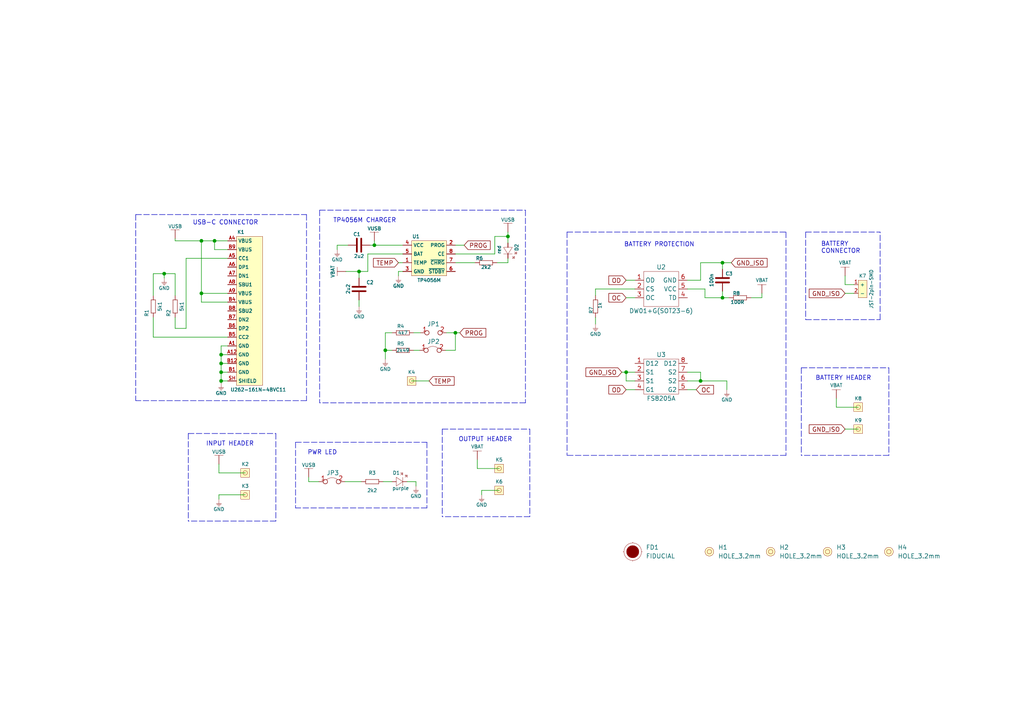
<source format=kicad_sch>
(kicad_sch (version 20211123) (generator eeschema)

  (uuid 2685a089-ef66-4e75-aff8-21e4ebe01de1)

  (paper "A4")

  (title_block
    (title "LI-ION charger with protection")
    (date "2021-06-17")
    (rev "V1.1.1.")
    (company "SOLDERED")
    (comment 1 "333014")
  )

  (lib_symbols
    (symbol "e-radionica.com schematics:0402LED" (pin_numbers hide) (pin_names (offset 0.254) hide) (in_bom yes) (on_board yes)
      (property "Reference" "D" (id 0) (at -0.635 2.54 0)
        (effects (font (size 1 1)))
      )
      (property "Value" "0402LED" (id 1) (at 0 -2.54 0)
        (effects (font (size 1 1)))
      )
      (property "Footprint" "e-radionica.com footprinti:0402LED" (id 2) (at 0 5.08 0)
        (effects (font (size 1 1)) hide)
      )
      (property "Datasheet" "" (id 3) (at 0 0 0)
        (effects (font (size 1 1)) hide)
      )
      (symbol "0402LED_0_1"
        (polyline
          (pts
            (xy -0.635 1.27)
            (xy 1.27 0)
          )
          (stroke (width 0.0006) (type default) (color 0 0 0 0))
          (fill (type none))
        )
        (polyline
          (pts
            (xy 0.635 1.905)
            (xy 1.27 2.54)
          )
          (stroke (width 0.0006) (type default) (color 0 0 0 0))
          (fill (type none))
        )
        (polyline
          (pts
            (xy 1.27 1.27)
            (xy 1.27 -1.27)
          )
          (stroke (width 0.0006) (type default) (color 0 0 0 0))
          (fill (type none))
        )
        (polyline
          (pts
            (xy 1.905 1.27)
            (xy 2.54 1.905)
          )
          (stroke (width 0.0006) (type default) (color 0 0 0 0))
          (fill (type none))
        )
        (polyline
          (pts
            (xy -0.635 1.27)
            (xy -0.635 -1.27)
            (xy 1.27 0)
          )
          (stroke (width 0.0006) (type default) (color 0 0 0 0))
          (fill (type none))
        )
        (polyline
          (pts
            (xy 1.27 2.54)
            (xy 0.635 2.54)
            (xy 1.27 1.905)
            (xy 1.27 2.54)
          )
          (stroke (width 0.0006) (type default) (color 0 0 0 0))
          (fill (type none))
        )
        (polyline
          (pts
            (xy 2.54 1.905)
            (xy 1.905 1.905)
            (xy 2.54 1.27)
            (xy 2.54 1.905)
          )
          (stroke (width 0.0006) (type default) (color 0 0 0 0))
          (fill (type none))
        )
      )
      (symbol "0402LED_1_1"
        (pin passive line (at -1.905 0 0) (length 1.27)
          (name "A" (effects (font (size 1.27 1.27))))
          (number "1" (effects (font (size 1.27 1.27))))
        )
        (pin passive line (at 2.54 0 180) (length 1.27)
          (name "K" (effects (font (size 1.27 1.27))))
          (number "2" (effects (font (size 1.27 1.27))))
        )
      )
    )
    (symbol "e-radionica.com schematics:0402LED_1" (pin_numbers hide) (pin_names (offset 0.254) hide) (in_bom yes) (on_board yes)
      (property "Reference" "D" (id 0) (at -0.635 2.54 0)
        (effects (font (size 1 1)))
      )
      (property "Value" "0402LED" (id 1) (at 0 -2.54 0)
        (effects (font (size 1 1)))
      )
      (property "Footprint" "e-radionica.com footprinti:0402LED" (id 2) (at 0 5.08 0)
        (effects (font (size 1 1)) hide)
      )
      (property "Datasheet" "" (id 3) (at 0 0 0)
        (effects (font (size 1 1)) hide)
      )
      (symbol "0402LED_1_0_1"
        (polyline
          (pts
            (xy -0.635 1.27)
            (xy 1.27 0)
          )
          (stroke (width 0.0006) (type default) (color 0 0 0 0))
          (fill (type none))
        )
        (polyline
          (pts
            (xy 0.635 1.905)
            (xy 1.27 2.54)
          )
          (stroke (width 0.0006) (type default) (color 0 0 0 0))
          (fill (type none))
        )
        (polyline
          (pts
            (xy 1.27 1.27)
            (xy 1.27 -1.27)
          )
          (stroke (width 0.0006) (type default) (color 0 0 0 0))
          (fill (type none))
        )
        (polyline
          (pts
            (xy 1.905 1.27)
            (xy 2.54 1.905)
          )
          (stroke (width 0.0006) (type default) (color 0 0 0 0))
          (fill (type none))
        )
        (polyline
          (pts
            (xy -0.635 1.27)
            (xy -0.635 -1.27)
            (xy 1.27 0)
          )
          (stroke (width 0.0006) (type default) (color 0 0 0 0))
          (fill (type none))
        )
        (polyline
          (pts
            (xy 1.27 2.54)
            (xy 0.635 2.54)
            (xy 1.27 1.905)
            (xy 1.27 2.54)
          )
          (stroke (width 0.0006) (type default) (color 0 0 0 0))
          (fill (type none))
        )
        (polyline
          (pts
            (xy 2.54 1.905)
            (xy 1.905 1.905)
            (xy 2.54 1.27)
            (xy 2.54 1.905)
          )
          (stroke (width 0.0006) (type default) (color 0 0 0 0))
          (fill (type none))
        )
      )
      (symbol "0402LED_1_1_1"
        (pin passive line (at -1.905 0 0) (length 1.27)
          (name "A" (effects (font (size 1.27 1.27))))
          (number "1" (effects (font (size 1.27 1.27))))
        )
        (pin passive line (at 2.54 0 180) (length 1.27)
          (name "K" (effects (font (size 1.27 1.27))))
          (number "2" (effects (font (size 1.27 1.27))))
        )
      )
    )
    (symbol "e-radionica.com schematics:0402R" (pin_numbers hide) (pin_names (offset 0.254)) (in_bom yes) (on_board yes)
      (property "Reference" "R" (id 0) (at -1.905 1.27 0)
        (effects (font (size 1 1)))
      )
      (property "Value" "0402R" (id 1) (at 0 -1.27 0)
        (effects (font (size 1 1)))
      )
      (property "Footprint" "e-radionica.com footprinti:0402R" (id 2) (at -2.54 1.905 0)
        (effects (font (size 1 1)) hide)
      )
      (property "Datasheet" "" (id 3) (at -2.54 1.905 0)
        (effects (font (size 1 1)) hide)
      )
      (symbol "0402R_0_1"
        (rectangle (start -1.905 -0.635) (end 1.905 -0.6604)
          (stroke (width 0.1) (type default) (color 0 0 0 0))
          (fill (type none))
        )
        (rectangle (start -1.905 0.635) (end -1.8796 -0.635)
          (stroke (width 0.1) (type default) (color 0 0 0 0))
          (fill (type none))
        )
        (rectangle (start -1.905 0.635) (end 1.905 0.6096)
          (stroke (width 0.1) (type default) (color 0 0 0 0))
          (fill (type none))
        )
        (rectangle (start 1.905 0.635) (end 1.9304 -0.635)
          (stroke (width 0.1) (type default) (color 0 0 0 0))
          (fill (type none))
        )
      )
      (symbol "0402R_1_1"
        (pin passive line (at -3.175 0 0) (length 1.27)
          (name "~" (effects (font (size 1.27 1.27))))
          (number "1" (effects (font (size 1.27 1.27))))
        )
        (pin passive line (at 3.175 0 180) (length 1.27)
          (name "~" (effects (font (size 1.27 1.27))))
          (number "2" (effects (font (size 1.27 1.27))))
        )
      )
    )
    (symbol "e-radionica.com schematics:0603C" (pin_numbers hide) (pin_names (offset 0.002)) (in_bom yes) (on_board yes)
      (property "Reference" "C" (id 0) (at -0.635 3.175 0)
        (effects (font (size 1 1)))
      )
      (property "Value" "0603C" (id 1) (at 0 -3.175 0)
        (effects (font (size 1 1)))
      )
      (property "Footprint" "e-radionica.com footprinti:0603C" (id 2) (at 0 0 0)
        (effects (font (size 1 1)) hide)
      )
      (property "Datasheet" "" (id 3) (at 0 0 0)
        (effects (font (size 1 1)) hide)
      )
      (symbol "0603C_0_1"
        (polyline
          (pts
            (xy -0.635 1.905)
            (xy -0.635 -1.905)
          )
          (stroke (width 0.5) (type default) (color 0 0 0 0))
          (fill (type none))
        )
        (polyline
          (pts
            (xy 0.635 1.905)
            (xy 0.635 -1.905)
          )
          (stroke (width 0.5) (type default) (color 0 0 0 0))
          (fill (type none))
        )
      )
      (symbol "0603C_1_1"
        (pin passive line (at -3.175 0 0) (length 2.54)
          (name "~" (effects (font (size 1.27 1.27))))
          (number "1" (effects (font (size 1.27 1.27))))
        )
        (pin passive line (at 3.175 0 180) (length 2.54)
          (name "~" (effects (font (size 1.27 1.27))))
          (number "2" (effects (font (size 1.27 1.27))))
        )
      )
    )
    (symbol "e-radionica.com schematics:0603R" (pin_numbers hide) (pin_names (offset 0.254)) (in_bom yes) (on_board yes)
      (property "Reference" "R" (id 0) (at -1.905 1.905 0)
        (effects (font (size 1 1)))
      )
      (property "Value" "0603R" (id 1) (at 0 -1.905 0)
        (effects (font (size 1 1)))
      )
      (property "Footprint" "e-radionica.com footprinti:0603R" (id 2) (at -0.635 1.905 0)
        (effects (font (size 1 1)) hide)
      )
      (property "Datasheet" "" (id 3) (at -0.635 1.905 0)
        (effects (font (size 1 1)) hide)
      )
      (symbol "0603R_0_1"
        (rectangle (start -1.905 -0.635) (end 1.905 -0.6604)
          (stroke (width 0.1) (type default) (color 0 0 0 0))
          (fill (type none))
        )
        (rectangle (start -1.905 0.635) (end -1.8796 -0.635)
          (stroke (width 0.1) (type default) (color 0 0 0 0))
          (fill (type none))
        )
        (rectangle (start -1.905 0.635) (end 1.905 0.6096)
          (stroke (width 0.1) (type default) (color 0 0 0 0))
          (fill (type none))
        )
        (rectangle (start 1.905 0.635) (end 1.9304 -0.635)
          (stroke (width 0.1) (type default) (color 0 0 0 0))
          (fill (type none))
        )
      )
      (symbol "0603R_1_1"
        (pin passive line (at -3.175 0 0) (length 1.27)
          (name "~" (effects (font (size 1.27 1.27))))
          (number "1" (effects (font (size 1.27 1.27))))
        )
        (pin passive line (at 3.175 0 180) (length 1.27)
          (name "~" (effects (font (size 1.27 1.27))))
          (number "2" (effects (font (size 1.27 1.27))))
        )
      )
    )
    (symbol "e-radionica.com schematics:0603R_1" (pin_numbers hide) (pin_names (offset 0.254)) (in_bom yes) (on_board yes)
      (property "Reference" "R" (id 0) (at -1.905 1.905 0)
        (effects (font (size 1 1)))
      )
      (property "Value" "0603R" (id 1) (at 0 -1.905 0)
        (effects (font (size 1 1)))
      )
      (property "Footprint" "e-radionica.com footprinti:0603R" (id 2) (at -0.635 1.905 0)
        (effects (font (size 1 1)) hide)
      )
      (property "Datasheet" "" (id 3) (at -0.635 1.905 0)
        (effects (font (size 1 1)) hide)
      )
      (symbol "0603R_1_0_1"
        (rectangle (start -1.905 -0.635) (end 1.905 -0.6604)
          (stroke (width 0.1) (type default) (color 0 0 0 0))
          (fill (type none))
        )
        (rectangle (start -1.905 0.635) (end -1.8796 -0.635)
          (stroke (width 0.1) (type default) (color 0 0 0 0))
          (fill (type none))
        )
        (rectangle (start -1.905 0.635) (end 1.905 0.6096)
          (stroke (width 0.1) (type default) (color 0 0 0 0))
          (fill (type none))
        )
        (rectangle (start 1.905 0.635) (end 1.9304 -0.635)
          (stroke (width 0.1) (type default) (color 0 0 0 0))
          (fill (type none))
        )
      )
      (symbol "0603R_1_1_1"
        (pin passive line (at -3.175 0 0) (length 1.27)
          (name "~" (effects (font (size 1.27 1.27))))
          (number "1" (effects (font (size 1.27 1.27))))
        )
        (pin passive line (at 3.175 0 180) (length 1.27)
          (name "~" (effects (font (size 1.27 1.27))))
          (number "2" (effects (font (size 1.27 1.27))))
        )
      )
    )
    (symbol "e-radionica.com schematics:0603R_2" (pin_numbers hide) (pin_names (offset 0.254)) (in_bom yes) (on_board yes)
      (property "Reference" "R" (id 0) (at -1.905 1.905 0)
        (effects (font (size 1 1)))
      )
      (property "Value" "0603R" (id 1) (at 0 -1.905 0)
        (effects (font (size 1 1)))
      )
      (property "Footprint" "e-radionica.com footprinti:0603R" (id 2) (at -0.635 1.905 0)
        (effects (font (size 1 1)) hide)
      )
      (property "Datasheet" "" (id 3) (at -0.635 1.905 0)
        (effects (font (size 1 1)) hide)
      )
      (symbol "0603R_2_0_1"
        (rectangle (start -1.905 -0.635) (end 1.905 -0.6604)
          (stroke (width 0.1) (type default) (color 0 0 0 0))
          (fill (type none))
        )
        (rectangle (start -1.905 0.635) (end -1.8796 -0.635)
          (stroke (width 0.1) (type default) (color 0 0 0 0))
          (fill (type none))
        )
        (rectangle (start -1.905 0.635) (end 1.905 0.6096)
          (stroke (width 0.1) (type default) (color 0 0 0 0))
          (fill (type none))
        )
        (rectangle (start 1.905 0.635) (end 1.9304 -0.635)
          (stroke (width 0.1) (type default) (color 0 0 0 0))
          (fill (type none))
        )
      )
      (symbol "0603R_2_1_1"
        (pin passive line (at -3.175 0 0) (length 1.27)
          (name "~" (effects (font (size 1.27 1.27))))
          (number "1" (effects (font (size 1.27 1.27))))
        )
        (pin passive line (at 3.175 0 180) (length 1.27)
          (name "~" (effects (font (size 1.27 1.27))))
          (number "2" (effects (font (size 1.27 1.27))))
        )
      )
    )
    (symbol "e-radionica.com schematics:DW01-P(SOT23-6)" (in_bom yes) (on_board yes)
      (property "Reference" "U" (id 0) (at 0 8.89 0)
        (effects (font (size 1.27 1.27)))
      )
      (property "Value" "DW01-P(SOT23-6)" (id 1) (at 0 -7.62 0)
        (effects (font (size 1.27 1.27)))
      )
      (property "Footprint" "e-radionica.com footprinti:Sot23-6" (id 2) (at -1.27 12.7 0)
        (effects (font (size 1.27 1.27)) hide)
      )
      (property "Datasheet" "" (id 3) (at -8.89 0 0)
        (effects (font (size 1.27 1.27)) hide)
      )
      (symbol "DW01-P(SOT23-6)_0_1"
        (rectangle (start -5.08 5.08) (end 5.08 -5.08)
          (stroke (width 0.0006) (type default) (color 0 0 0 0))
          (fill (type none))
        )
      )
      (symbol "DW01-P(SOT23-6)_1_1"
        (pin passive line (at -7.62 2.54 0) (length 2.54)
          (name "OD" (effects (font (size 1.27 1.27))))
          (number "1" (effects (font (size 1.27 1.27))))
        )
        (pin passive line (at -7.62 0 0) (length 2.54)
          (name "CS" (effects (font (size 1.27 1.27))))
          (number "2" (effects (font (size 1.27 1.27))))
        )
        (pin passive line (at -7.62 -2.54 0) (length 2.54)
          (name "OC" (effects (font (size 1.27 1.27))))
          (number "3" (effects (font (size 1.27 1.27))))
        )
        (pin passive line (at 7.62 -2.54 180) (length 2.54)
          (name "TD" (effects (font (size 1.27 1.27))))
          (number "4" (effects (font (size 1.27 1.27))))
        )
        (pin passive line (at 7.62 0 180) (length 2.54)
          (name "VCC" (effects (font (size 1.27 1.27))))
          (number "5" (effects (font (size 1.27 1.27))))
        )
        (pin passive line (at 7.62 2.54 180) (length 2.54)
          (name "GND" (effects (font (size 1.27 1.27))))
          (number "6" (effects (font (size 1.27 1.27))))
        )
      )
    )
    (symbol "e-radionica.com schematics:FIDUCIAL" (in_bom no) (on_board yes)
      (property "Reference" "FD" (id 0) (at 0 3.81 0)
        (effects (font (size 1.27 1.27)))
      )
      (property "Value" "FIDUCIAL" (id 1) (at 0 -3.81 0)
        (effects (font (size 1.27 1.27)))
      )
      (property "Footprint" "e-radionica.com footprinti:FIDUCIAL_23" (id 2) (at 0.254 -5.334 0)
        (effects (font (size 1.27 1.27)) hide)
      )
      (property "Datasheet" "" (id 3) (at 0 0 0)
        (effects (font (size 1.27 1.27)) hide)
      )
      (symbol "FIDUCIAL_0_1"
        (polyline
          (pts
            (xy -2.54 0)
            (xy -2.794 0)
          )
          (stroke (width 0.0006) (type default) (color 0 0 0 0))
          (fill (type none))
        )
        (polyline
          (pts
            (xy 0 -2.54)
            (xy 0 -2.794)
          )
          (stroke (width 0.0006) (type default) (color 0 0 0 0))
          (fill (type none))
        )
        (polyline
          (pts
            (xy 0 2.54)
            (xy 0 2.794)
          )
          (stroke (width 0.0006) (type default) (color 0 0 0 0))
          (fill (type none))
        )
        (polyline
          (pts
            (xy 2.54 0)
            (xy 2.794 0)
          )
          (stroke (width 0.0006) (type default) (color 0 0 0 0))
          (fill (type none))
        )
        (circle (center 0 0) (radius 1.7961)
          (stroke (width 0.001) (type default) (color 0 0 0 0))
          (fill (type outline))
        )
        (circle (center 0 0) (radius 2.54)
          (stroke (width 0.0006) (type default) (color 0 0 0 0))
          (fill (type none))
        )
      )
    )
    (symbol "e-radionica.com schematics:FS8205A" (in_bom yes) (on_board yes)
      (property "Reference" "U" (id 0) (at 0 7.62 0)
        (effects (font (size 1.27 1.27)))
      )
      (property "Value" "FS8205A" (id 1) (at 0 -6.35 0)
        (effects (font (size 1.27 1.27)))
      )
      (property "Footprint" "e-radionica.com footprinti:TSSOP8" (id 2) (at -5.08 0 0)
        (effects (font (size 1.27 1.27)) hide)
      )
      (property "Datasheet" "" (id 3) (at -5.08 0 0)
        (effects (font (size 1.27 1.27)) hide)
      )
      (symbol "FS8205A_0_1"
        (rectangle (start -5.08 5.08) (end 5.08 -5.08)
          (stroke (width 0.0006) (type default) (color 0 0 0 0))
          (fill (type none))
        )
      )
      (symbol "FS8205A_1_1"
        (pin passive line (at -7.62 3.81 0) (length 2.54)
          (name "D12" (effects (font (size 1.27 1.27))))
          (number "1" (effects (font (size 1.27 1.27))))
        )
        (pin passive line (at -7.62 1.27 0) (length 2.54)
          (name "S1" (effects (font (size 1.27 1.27))))
          (number "2" (effects (font (size 1.27 1.27))))
        )
        (pin passive line (at -7.62 -1.27 0) (length 2.54)
          (name "S1" (effects (font (size 1.27 1.27))))
          (number "3" (effects (font (size 1.27 1.27))))
        )
        (pin passive line (at -7.62 -3.81 0) (length 2.54)
          (name "G1" (effects (font (size 1.27 1.27))))
          (number "4" (effects (font (size 1.27 1.27))))
        )
        (pin passive line (at 7.62 -3.81 180) (length 2.54)
          (name "G2" (effects (font (size 1.27 1.27))))
          (number "5" (effects (font (size 1.27 1.27))))
        )
        (pin passive line (at 7.62 -1.27 180) (length 2.54)
          (name "S2" (effects (font (size 1.27 1.27))))
          (number "6" (effects (font (size 1.27 1.27))))
        )
        (pin passive line (at 7.62 1.27 180) (length 2.54)
          (name "S2" (effects (font (size 1.27 1.27))))
          (number "7" (effects (font (size 1.27 1.27))))
        )
        (pin passive line (at 7.62 3.81 180) (length 2.54)
          (name "D12" (effects (font (size 1.27 1.27))))
          (number "8" (effects (font (size 1.27 1.27))))
        )
      )
    )
    (symbol "e-radionica.com schematics:GND" (power) (pin_names (offset 0)) (in_bom yes) (on_board yes)
      (property "Reference" "#PWR" (id 0) (at 4.445 0 0)
        (effects (font (size 1 1)) hide)
      )
      (property "Value" "GND" (id 1) (at 0 -2.921 0)
        (effects (font (size 1 1)))
      )
      (property "Footprint" "" (id 2) (at 4.445 3.81 0)
        (effects (font (size 1 1)) hide)
      )
      (property "Datasheet" "" (id 3) (at 4.445 3.81 0)
        (effects (font (size 1 1)) hide)
      )
      (property "ki_keywords" "power-flag" (id 4) (at 0 0 0)
        (effects (font (size 1.27 1.27)) hide)
      )
      (property "ki_description" "Power symbol creates a global label with name \"+3V3\"" (id 5) (at 0 0 0)
        (effects (font (size 1.27 1.27)) hide)
      )
      (symbol "GND_0_1"
        (polyline
          (pts
            (xy -0.762 -1.27)
            (xy 0.762 -1.27)
          )
          (stroke (width 0.0006) (type default) (color 0 0 0 0))
          (fill (type none))
        )
        (polyline
          (pts
            (xy -0.635 -1.524)
            (xy 0.635 -1.524)
          )
          (stroke (width 0.0006) (type default) (color 0 0 0 0))
          (fill (type none))
        )
        (polyline
          (pts
            (xy -0.381 -1.778)
            (xy 0.381 -1.778)
          )
          (stroke (width 0.0006) (type default) (color 0 0 0 0))
          (fill (type none))
        )
        (polyline
          (pts
            (xy -0.127 -2.032)
            (xy 0.127 -2.032)
          )
          (stroke (width 0.0006) (type default) (color 0 0 0 0))
          (fill (type none))
        )
        (polyline
          (pts
            (xy 0 0)
            (xy 0 -1.27)
          )
          (stroke (width 0.0006) (type default) (color 0 0 0 0))
          (fill (type none))
        )
      )
      (symbol "GND_1_1"
        (pin power_in line (at 0 0 270) (length 0) hide
          (name "GND" (effects (font (size 1.27 1.27))))
          (number "1" (effects (font (size 1.27 1.27))))
        )
      )
    )
    (symbol "e-radionica.com schematics:GND_1" (power) (pin_names (offset 0)) (in_bom yes) (on_board yes)
      (property "Reference" "#PWR" (id 0) (at 4.445 0 0)
        (effects (font (size 1 1)) hide)
      )
      (property "Value" "GND" (id 1) (at 0 -2.921 0)
        (effects (font (size 1 1)))
      )
      (property "Footprint" "" (id 2) (at 4.445 3.81 0)
        (effects (font (size 1 1)) hide)
      )
      (property "Datasheet" "" (id 3) (at 4.445 3.81 0)
        (effects (font (size 1 1)) hide)
      )
      (property "ki_keywords" "power-flag" (id 4) (at 0 0 0)
        (effects (font (size 1.27 1.27)) hide)
      )
      (property "ki_description" "Power symbol creates a global label with name \"+3V3\"" (id 5) (at 0 0 0)
        (effects (font (size 1.27 1.27)) hide)
      )
      (symbol "GND_1_0_1"
        (polyline
          (pts
            (xy -0.762 -1.27)
            (xy 0.762 -1.27)
          )
          (stroke (width 0.0006) (type default) (color 0 0 0 0))
          (fill (type none))
        )
        (polyline
          (pts
            (xy -0.635 -1.524)
            (xy 0.635 -1.524)
          )
          (stroke (width 0.0006) (type default) (color 0 0 0 0))
          (fill (type none))
        )
        (polyline
          (pts
            (xy -0.381 -1.778)
            (xy 0.381 -1.778)
          )
          (stroke (width 0.0006) (type default) (color 0 0 0 0))
          (fill (type none))
        )
        (polyline
          (pts
            (xy -0.127 -2.032)
            (xy 0.127 -2.032)
          )
          (stroke (width 0.0006) (type default) (color 0 0 0 0))
          (fill (type none))
        )
        (polyline
          (pts
            (xy 0 0)
            (xy 0 -1.27)
          )
          (stroke (width 0.0006) (type default) (color 0 0 0 0))
          (fill (type none))
        )
      )
      (symbol "GND_1_1_1"
        (pin power_in line (at 0 0 270) (length 0) hide
          (name "GND" (effects (font (size 1.27 1.27))))
          (number "1" (effects (font (size 1.27 1.27))))
        )
      )
    )
    (symbol "e-radionica.com schematics:GND_3" (power) (pin_names (offset 0)) (in_bom yes) (on_board yes)
      (property "Reference" "#PWR" (id 0) (at 4.445 0 0)
        (effects (font (size 1 1)) hide)
      )
      (property "Value" "GND" (id 1) (at 0 -2.921 0)
        (effects (font (size 1 1)))
      )
      (property "Footprint" "" (id 2) (at 4.445 3.81 0)
        (effects (font (size 1 1)) hide)
      )
      (property "Datasheet" "" (id 3) (at 4.445 3.81 0)
        (effects (font (size 1 1)) hide)
      )
      (property "ki_keywords" "power-flag" (id 4) (at 0 0 0)
        (effects (font (size 1.27 1.27)) hide)
      )
      (property "ki_description" "Power symbol creates a global label with name \"+3V3\"" (id 5) (at 0 0 0)
        (effects (font (size 1.27 1.27)) hide)
      )
      (symbol "GND_3_0_1"
        (polyline
          (pts
            (xy -0.762 -1.27)
            (xy 0.762 -1.27)
          )
          (stroke (width 0.0006) (type default) (color 0 0 0 0))
          (fill (type none))
        )
        (polyline
          (pts
            (xy -0.635 -1.524)
            (xy 0.635 -1.524)
          )
          (stroke (width 0.0006) (type default) (color 0 0 0 0))
          (fill (type none))
        )
        (polyline
          (pts
            (xy -0.381 -1.778)
            (xy 0.381 -1.778)
          )
          (stroke (width 0.0006) (type default) (color 0 0 0 0))
          (fill (type none))
        )
        (polyline
          (pts
            (xy -0.127 -2.032)
            (xy 0.127 -2.032)
          )
          (stroke (width 0.0006) (type default) (color 0 0 0 0))
          (fill (type none))
        )
        (polyline
          (pts
            (xy 0 0)
            (xy 0 -1.27)
          )
          (stroke (width 0.0006) (type default) (color 0 0 0 0))
          (fill (type none))
        )
      )
      (symbol "GND_3_1_1"
        (pin power_in line (at 0 0 270) (length 0) hide
          (name "GND" (effects (font (size 1.27 1.27))))
          (number "1" (effects (font (size 1.27 1.27))))
        )
      )
    )
    (symbol "e-radionica.com schematics:GND_5" (power) (pin_names (offset 0)) (in_bom yes) (on_board yes)
      (property "Reference" "#PWR" (id 0) (at 4.445 0 0)
        (effects (font (size 1 1)) hide)
      )
      (property "Value" "GND" (id 1) (at 0 -2.921 0)
        (effects (font (size 1 1)))
      )
      (property "Footprint" "" (id 2) (at 4.445 3.81 0)
        (effects (font (size 1 1)) hide)
      )
      (property "Datasheet" "" (id 3) (at 4.445 3.81 0)
        (effects (font (size 1 1)) hide)
      )
      (property "ki_keywords" "power-flag" (id 4) (at 0 0 0)
        (effects (font (size 1.27 1.27)) hide)
      )
      (property "ki_description" "Power symbol creates a global label with name \"+3V3\"" (id 5) (at 0 0 0)
        (effects (font (size 1.27 1.27)) hide)
      )
      (symbol "GND_5_0_1"
        (polyline
          (pts
            (xy -0.762 -1.27)
            (xy 0.762 -1.27)
          )
          (stroke (width 0.0006) (type default) (color 0 0 0 0))
          (fill (type none))
        )
        (polyline
          (pts
            (xy -0.635 -1.524)
            (xy 0.635 -1.524)
          )
          (stroke (width 0.0006) (type default) (color 0 0 0 0))
          (fill (type none))
        )
        (polyline
          (pts
            (xy -0.381 -1.778)
            (xy 0.381 -1.778)
          )
          (stroke (width 0.0006) (type default) (color 0 0 0 0))
          (fill (type none))
        )
        (polyline
          (pts
            (xy -0.127 -2.032)
            (xy 0.127 -2.032)
          )
          (stroke (width 0.0006) (type default) (color 0 0 0 0))
          (fill (type none))
        )
        (polyline
          (pts
            (xy 0 0)
            (xy 0 -1.27)
          )
          (stroke (width 0.0006) (type default) (color 0 0 0 0))
          (fill (type none))
        )
      )
      (symbol "GND_5_1_1"
        (pin power_in line (at 0 0 270) (length 0) hide
          (name "GND" (effects (font (size 1.27 1.27))))
          (number "1" (effects (font (size 1.27 1.27))))
        )
      )
    )
    (symbol "e-radionica.com schematics:GND_8" (power) (pin_names (offset 0)) (in_bom yes) (on_board yes)
      (property "Reference" "#PWR" (id 0) (at 4.445 0 0)
        (effects (font (size 1 1)) hide)
      )
      (property "Value" "GND" (id 1) (at 0 -2.921 0)
        (effects (font (size 1 1)))
      )
      (property "Footprint" "" (id 2) (at 4.445 3.81 0)
        (effects (font (size 1 1)) hide)
      )
      (property "Datasheet" "" (id 3) (at 4.445 3.81 0)
        (effects (font (size 1 1)) hide)
      )
      (property "ki_keywords" "power-flag" (id 4) (at 0 0 0)
        (effects (font (size 1.27 1.27)) hide)
      )
      (property "ki_description" "Power symbol creates a global label with name \"+3V3\"" (id 5) (at 0 0 0)
        (effects (font (size 1.27 1.27)) hide)
      )
      (symbol "GND_8_0_1"
        (polyline
          (pts
            (xy -0.762 -1.27)
            (xy 0.762 -1.27)
          )
          (stroke (width 0.0006) (type default) (color 0 0 0 0))
          (fill (type none))
        )
        (polyline
          (pts
            (xy -0.635 -1.524)
            (xy 0.635 -1.524)
          )
          (stroke (width 0.0006) (type default) (color 0 0 0 0))
          (fill (type none))
        )
        (polyline
          (pts
            (xy -0.381 -1.778)
            (xy 0.381 -1.778)
          )
          (stroke (width 0.0006) (type default) (color 0 0 0 0))
          (fill (type none))
        )
        (polyline
          (pts
            (xy -0.127 -2.032)
            (xy 0.127 -2.032)
          )
          (stroke (width 0.0006) (type default) (color 0 0 0 0))
          (fill (type none))
        )
        (polyline
          (pts
            (xy 0 0)
            (xy 0 -1.27)
          )
          (stroke (width 0.0006) (type default) (color 0 0 0 0))
          (fill (type none))
        )
      )
      (symbol "GND_8_1_1"
        (pin power_in line (at 0 0 270) (length 0) hide
          (name "GND" (effects (font (size 1.27 1.27))))
          (number "1" (effects (font (size 1.27 1.27))))
        )
      )
    )
    (symbol "e-radionica.com schematics:HEADER_MALE_1X1" (pin_numbers hide) (pin_names hide) (in_bom yes) (on_board yes)
      (property "Reference" "K" (id 0) (at -0.635 2.54 0)
        (effects (font (size 1 1)))
      )
      (property "Value" "HEADER_MALE_1X1" (id 1) (at 0 -2.54 0)
        (effects (font (size 1 1)))
      )
      (property "Footprint" "e-radionica.com footprinti:HEADER_MALE_1X1" (id 2) (at 0 0 0)
        (effects (font (size 1 1)) hide)
      )
      (property "Datasheet" "" (id 3) (at 0 0 0)
        (effects (font (size 1 1)) hide)
      )
      (symbol "HEADER_MALE_1X1_0_1"
        (rectangle (start -1.27 1.27) (end 1.27 -1.27)
          (stroke (width 0.001) (type default) (color 0 0 0 0))
          (fill (type background))
        )
        (circle (center 0 0) (radius 0.635)
          (stroke (width 0.0006) (type default) (color 0 0 0 0))
          (fill (type none))
        )
      )
      (symbol "HEADER_MALE_1X1_1_1"
        (pin passive line (at 0 0 180) (length 0)
          (name "~" (effects (font (size 1 1))))
          (number "1" (effects (font (size 1 1))))
        )
      )
    )
    (symbol "e-radionica.com schematics:HOLE_3.2mm" (pin_numbers hide) (pin_names hide) (in_bom yes) (on_board yes)
      (property "Reference" "H" (id 0) (at 0 2.54 0)
        (effects (font (size 1.27 1.27)))
      )
      (property "Value" "HOLE_3.2mm" (id 1) (at 0 -2.54 0)
        (effects (font (size 1.27 1.27)))
      )
      (property "Footprint" "e-radionica.com footprinti:HOLE_3.2mm" (id 2) (at 0 0 0)
        (effects (font (size 1.27 1.27)) hide)
      )
      (property "Datasheet" "" (id 3) (at 0 0 0)
        (effects (font (size 1.27 1.27)) hide)
      )
      (symbol "HOLE_3.2mm_0_1"
        (circle (center 0 0) (radius 0.635)
          (stroke (width 0.0006) (type default) (color 0 0 0 0))
          (fill (type none))
        )
        (circle (center 0 0) (radius 1.27)
          (stroke (width 0.001) (type default) (color 0 0 0 0))
          (fill (type background))
        )
      )
    )
    (symbol "e-radionica.com schematics:JST-2pin-SMD" (in_bom yes) (on_board yes)
      (property "Reference" "K" (id 0) (at -1.27 5.08 0)
        (effects (font (size 1 1)))
      )
      (property "Value" "JST-2pin-SMD" (id 1) (at 0 -2.54 0)
        (effects (font (size 1 1)))
      )
      (property "Footprint" "e-radionica.com footprinti:JST-2pin-SMD" (id 2) (at 0 0 0)
        (effects (font (size 1 1)) hide)
      )
      (property "Datasheet" "" (id 3) (at 0 0 0)
        (effects (font (size 1 1)) hide)
      )
      (symbol "JST-2pin-SMD_0_1"
        (rectangle (start -2.54 3.81) (end 0 -1.27)
          (stroke (width 0.001) (type default) (color 0 0 0 0))
          (fill (type background))
        )
      )
      (symbol "JST-2pin-SMD_1_1"
        (pin passive line (at 1.27 0 180) (length 1.27)
          (name "+" (effects (font (size 1 1))))
          (number "1" (effects (font (size 1 1))))
        )
        (pin passive line (at 1.27 2.54 180) (length 1.27)
          (name "-" (effects (font (size 1 1))))
          (number "2" (effects (font (size 1 1))))
        )
      )
    )
    (symbol "e-radionica.com schematics:SMD-JUMPER-CONNECTED" (in_bom yes) (on_board yes)
      (property "Reference" "JP" (id 0) (at 0 3.556 0)
        (effects (font (size 1.27 1.27)))
      )
      (property "Value" "SMD-JUMPER-CONNECTED" (id 1) (at 0 -2.54 0)
        (effects (font (size 1.27 1.27)))
      )
      (property "Footprint" "e-radionica.com footprinti:SMD_JUMPER_CONNECTED" (id 2) (at 0 0 0)
        (effects (font (size 1.27 1.27)) hide)
      )
      (property "Datasheet" "" (id 3) (at 0 0 0)
        (effects (font (size 1.27 1.27)) hide)
      )
      (symbol "SMD-JUMPER-CONNECTED_0_1"
        (arc (start 1.397 0.5842) (mid -0.2077 1.1365) (end -1.8034 0.5588)
          (stroke (width 0.0006) (type default) (color 0 0 0 0))
          (fill (type none))
        )
      )
      (symbol "SMD-JUMPER-CONNECTED_1_1"
        (pin passive inverted (at -4.064 0 0) (length 2.54)
          (name "" (effects (font (size 1.27 1.27))))
          (number "1" (effects (font (size 1.27 1.27))))
        )
        (pin passive inverted (at 3.556 0 180) (length 2.54)
          (name "" (effects (font (size 1.27 1.27))))
          (number "2" (effects (font (size 1.27 1.27))))
        )
      )
    )
    (symbol "e-radionica.com schematics:SMD-JUMPER-CONNECTED_TRACE_SLODERMASK" (in_bom yes) (on_board yes)
      (property "Reference" "JP" (id 0) (at 0 3.556 0)
        (effects (font (size 1.27 1.27)))
      )
      (property "Value" "SMD-JUMPER-CONNECTED_TRACE_SLODERMASK" (id 1) (at 0 -2.54 0)
        (effects (font (size 1.27 1.27)))
      )
      (property "Footprint" "e-radionica.com footprinti:SMD-JUMPER-CONNECTED_TRACE_SLODERMASK" (id 2) (at 0 -5.715 0)
        (effects (font (size 1.27 1.27)) hide)
      )
      (property "Datasheet" "" (id 3) (at 0 0 0)
        (effects (font (size 1.27 1.27)) hide)
      )
      (symbol "SMD-JUMPER-CONNECTED_TRACE_SLODERMASK_0_1"
        (arc (start 1.397 0.5842) (mid -0.2077 1.1365) (end -1.8034 0.5588)
          (stroke (width 0.0006) (type default) (color 0 0 0 0))
          (fill (type none))
        )
      )
      (symbol "SMD-JUMPER-CONNECTED_TRACE_SLODERMASK_1_1"
        (pin passive inverted (at -4.064 0 0) (length 2.54)
          (name "" (effects (font (size 1.27 1.27))))
          (number "1" (effects (font (size 1.27 1.27))))
        )
        (pin passive inverted (at 3.556 0 180) (length 2.54)
          (name "" (effects (font (size 1.27 1.27))))
          (number "2" (effects (font (size 1.27 1.27))))
        )
      )
    )
    (symbol "e-radionica.com schematics:SMD_JUMPER" (in_bom yes) (on_board yes)
      (property "Reference" "JP" (id 0) (at 0 1.397 0)
        (effects (font (size 1.27 1.27)))
      )
      (property "Value" "SMD_JUMPER" (id 1) (at 0.508 -3.048 0)
        (effects (font (size 1.27 1.27)))
      )
      (property "Footprint" "e-radionica.com footprinti:SMD_JUMPER" (id 2) (at 0 0 0)
        (effects (font (size 1.27 1.27)) hide)
      )
      (property "Datasheet" "" (id 3) (at 0 0 0)
        (effects (font (size 1.27 1.27)) hide)
      )
      (symbol "SMD_JUMPER_1_1"
        (pin passive inverted (at -3.81 0 0) (length 2.54)
          (name "" (effects (font (size 1.27 1.27))))
          (number "1" (effects (font (size 1.27 1.27))))
        )
        (pin passive inverted (at 3.81 0 180) (length 2.54)
          (name "" (effects (font (size 1.27 1.27))))
          (number "2" (effects (font (size 1.27 1.27))))
        )
      )
    )
    (symbol "e-radionica.com schematics:TP4056M" (in_bom yes) (on_board yes)
      (property "Reference" "U" (id 0) (at -3.81 5.08 0)
        (effects (font (size 1 1)))
      )
      (property "Value" "TP4056M" (id 1) (at 0 -7.62 0)
        (effects (font (size 1 1)))
      )
      (property "Footprint" "e-radionica.com footprinti:TP4056M-MSOP8" (id 2) (at 0 0 0)
        (effects (font (size 1 1)) hide)
      )
      (property "Datasheet" "" (id 3) (at 0 0 0)
        (effects (font (size 1 1)) hide)
      )
      (symbol "TP4056M_0_1"
        (rectangle (start -5.08 3.81) (end 5.08 -6.35)
          (stroke (width 0.001) (type default) (color 0 0 0 0))
          (fill (type background))
        )
      )
      (symbol "TP4056M_1_1"
        (pin passive line (at -7.62 -2.54 0) (length 2.54)
          (name "TEMP" (effects (font (size 1 1))))
          (number "1" (effects (font (size 1 1))))
        )
        (pin passive line (at 7.62 2.54 180) (length 2.54)
          (name "PROG" (effects (font (size 1 1))))
          (number "2" (effects (font (size 1 1))))
        )
        (pin passive line (at -7.62 -5.08 0) (length 2.54)
          (name "GND" (effects (font (size 1 1))))
          (number "3" (effects (font (size 1 1))))
        )
        (pin passive line (at -7.62 2.54 0) (length 2.54)
          (name "VCC" (effects (font (size 1 1))))
          (number "4" (effects (font (size 1 1))))
        )
        (pin passive line (at -7.62 0 0) (length 2.54)
          (name "BAT" (effects (font (size 1 1))))
          (number "5" (effects (font (size 1 1))))
        )
        (pin passive line (at 7.62 -5.08 180) (length 2.54)
          (name "~{STDBY}" (effects (font (size 1 1))))
          (number "6" (effects (font (size 1 1))))
        )
        (pin passive line (at 7.62 -2.54 180) (length 2.54)
          (name "~{CHRG}" (effects (font (size 1 1))))
          (number "7" (effects (font (size 1 1))))
        )
        (pin passive line (at 7.62 0 180) (length 2.54)
          (name "CE" (effects (font (size 1 1))))
          (number "8" (effects (font (size 1 1))))
        )
      )
    )
    (symbol "e-radionica.com schematics:U262-161N-4BVC11" (in_bom yes) (on_board yes)
      (property "Reference" "K" (id 0) (at 0 22.86 0)
        (effects (font (size 1 1)))
      )
      (property "Value" "U262-161N-4BVC11" (id 1) (at 2.54 -22.86 0)
        (effects (font (size 1 1)))
      )
      (property "Footprint" "e-radionica.com footprinti:U262-161N-4BVC11" (id 2) (at 1.27 -3.81 0)
        (effects (font (size 1 1)) hide)
      )
      (property "Datasheet" "" (id 3) (at 1.27 -3.81 0)
        (effects (font (size 1 1)) hide)
      )
      (property "ki_keywords" "USBC USB-C USB" (id 4) (at 0 0 0)
        (effects (font (size 1.27 1.27)) hide)
      )
      (symbol "U262-161N-4BVC11_0_1"
        (rectangle (start -1.27 21.59) (end 6.35 -21.59)
          (stroke (width 0.001) (type default) (color 0 0 0 0))
          (fill (type background))
        )
      )
      (symbol "U262-161N-4BVC11_1_1"
        (pin passive line (at -3.81 -10.16 0) (length 2.54)
          (name "GND" (effects (font (size 1 1))))
          (number "A1" (effects (font (size 1 1))))
        )
        (pin passive line (at -3.81 -12.7 0) (length 2.54)
          (name "GND" (effects (font (size 1 1))))
          (number "A12" (effects (font (size 1 1))))
        )
        (pin passive line (at -3.81 20.32 0) (length 2.54)
          (name "VBUS" (effects (font (size 1 1))))
          (number "A4" (effects (font (size 1 1))))
        )
        (pin passive line (at -3.81 15.24 0) (length 2.54)
          (name "CC1" (effects (font (size 1 1))))
          (number "A5" (effects (font (size 1 1))))
        )
        (pin passive line (at -3.81 12.7 0) (length 2.54)
          (name "DP1" (effects (font (size 1 1))))
          (number "A6" (effects (font (size 1 1))))
        )
        (pin passive line (at -3.81 10.16 0) (length 2.54)
          (name "DN1" (effects (font (size 1 1))))
          (number "A7" (effects (font (size 1 1))))
        )
        (pin passive line (at -3.81 7.62 0) (length 2.54)
          (name "SBU1" (effects (font (size 1 1))))
          (number "A8" (effects (font (size 1 1))))
        )
        (pin passive line (at -3.81 5.08 0) (length 2.54)
          (name "VBUS" (effects (font (size 1 1))))
          (number "A9" (effects (font (size 1 1))))
        )
        (pin passive line (at -3.81 -17.78 0) (length 2.54)
          (name "GND" (effects (font (size 1 1))))
          (number "B1" (effects (font (size 1 1))))
        )
        (pin passive line (at -3.81 -15.24 0) (length 2.54)
          (name "GND" (effects (font (size 1 1))))
          (number "B12" (effects (font (size 1 1))))
        )
        (pin passive line (at -3.81 2.54 0) (length 2.54)
          (name "VBUS" (effects (font (size 1 1))))
          (number "B4" (effects (font (size 1 1))))
        )
        (pin passive line (at -3.81 -7.62 0) (length 2.54)
          (name "CC2" (effects (font (size 1 1))))
          (number "B5" (effects (font (size 1 1))))
        )
        (pin passive line (at -3.81 -5.08 0) (length 2.54)
          (name "DP2" (effects (font (size 1 1))))
          (number "B6" (effects (font (size 1 1))))
        )
        (pin passive line (at -3.81 -2.54 0) (length 2.54)
          (name "DN2" (effects (font (size 1 1))))
          (number "B7" (effects (font (size 1 1))))
        )
        (pin passive line (at -3.81 0 0) (length 2.54)
          (name "SBU2" (effects (font (size 1 1))))
          (number "B8" (effects (font (size 1 1))))
        )
        (pin passive line (at -3.81 17.78 0) (length 2.54)
          (name "VBUS" (effects (font (size 1 1))))
          (number "B9" (effects (font (size 1 1))))
        )
        (pin passive line (at -3.81 -20.32 0) (length 2.54)
          (name "SHIELD" (effects (font (size 1 1))))
          (number "SH" (effects (font (size 1 1))))
        )
      )
    )
    (symbol "e-radionica.com schematics:VBAT" (power) (pin_names (offset 0)) (in_bom yes) (on_board yes)
      (property "Reference" "#PWR" (id 0) (at 4.445 0 0)
        (effects (font (size 1 1)) hide)
      )
      (property "Value" "VBAT" (id 1) (at 0 3.556 0)
        (effects (font (size 1 1)))
      )
      (property "Footprint" "" (id 2) (at 4.445 3.81 0)
        (effects (font (size 1 1)) hide)
      )
      (property "Datasheet" "" (id 3) (at 4.445 3.81 0)
        (effects (font (size 1 1)) hide)
      )
      (property "ki_keywords" "power-flag" (id 4) (at 0 0 0)
        (effects (font (size 1.27 1.27)) hide)
      )
      (property "ki_description" "Power symbol creates a global label with name \"+3V3\"" (id 5) (at 0 0 0)
        (effects (font (size 1.27 1.27)) hide)
      )
      (symbol "VBAT_0_1"
        (polyline
          (pts
            (xy -1.27 2.54)
            (xy 1.27 2.54)
          )
          (stroke (width 0.0006) (type default) (color 0 0 0 0))
          (fill (type none))
        )
        (polyline
          (pts
            (xy 0 0)
            (xy 0 2.54)
          )
          (stroke (width 0) (type default) (color 0 0 0 0))
          (fill (type none))
        )
      )
      (symbol "VBAT_1_1"
        (pin power_in line (at 0 0 90) (length 0) hide
          (name "VBAT" (effects (font (size 1.27 1.27))))
          (number "1" (effects (font (size 1.27 1.27))))
        )
      )
    )
    (symbol "e-radionica.com schematics:VUSB" (power) (pin_names (offset 0)) (in_bom yes) (on_board yes)
      (property "Reference" "#PWR" (id 0) (at 4.445 0 0)
        (effects (font (size 1 1)) hide)
      )
      (property "Value" "VUSB" (id 1) (at 0 3.556 0)
        (effects (font (size 1 1)))
      )
      (property "Footprint" "" (id 2) (at 4.445 3.81 0)
        (effects (font (size 1 1)) hide)
      )
      (property "Datasheet" "" (id 3) (at 4.445 3.81 0)
        (effects (font (size 1 1)) hide)
      )
      (property "ki_keywords" "power-flag" (id 4) (at 0 0 0)
        (effects (font (size 1.27 1.27)) hide)
      )
      (property "ki_description" "Power symbol creates a global label with name \"+3V3\"" (id 5) (at 0 0 0)
        (effects (font (size 1.27 1.27)) hide)
      )
      (symbol "VUSB_0_1"
        (polyline
          (pts
            (xy -1.27 2.54)
            (xy 1.27 2.54)
          )
          (stroke (width 0.0006) (type default) (color 0 0 0 0))
          (fill (type none))
        )
        (polyline
          (pts
            (xy 0 0)
            (xy 0 2.54)
          )
          (stroke (width 0) (type default) (color 0 0 0 0))
          (fill (type none))
        )
      )
      (symbol "VUSB_1_1"
        (pin power_in line (at 0 0 90) (length 0) hide
          (name "VUSB" (effects (font (size 1.27 1.27))))
          (number "1" (effects (font (size 1.27 1.27))))
        )
      )
    )
    (symbol "e-radionica.com schematics:VUSB_2" (power) (pin_names (offset 0)) (in_bom yes) (on_board yes)
      (property "Reference" "#PWR" (id 0) (at 4.445 0 0)
        (effects (font (size 1 1)) hide)
      )
      (property "Value" "VUSB" (id 1) (at 0 3.556 0)
        (effects (font (size 1 1)))
      )
      (property "Footprint" "" (id 2) (at 4.445 3.81 0)
        (effects (font (size 1 1)) hide)
      )
      (property "Datasheet" "" (id 3) (at 4.445 3.81 0)
        (effects (font (size 1 1)) hide)
      )
      (property "ki_keywords" "power-flag" (id 4) (at 0 0 0)
        (effects (font (size 1.27 1.27)) hide)
      )
      (property "ki_description" "Power symbol creates a global label with name \"+3V3\"" (id 5) (at 0 0 0)
        (effects (font (size 1.27 1.27)) hide)
      )
      (symbol "VUSB_2_0_1"
        (polyline
          (pts
            (xy -1.27 2.54)
            (xy 1.27 2.54)
          )
          (stroke (width 0.0006) (type default) (color 0 0 0 0))
          (fill (type none))
        )
        (polyline
          (pts
            (xy 0 0)
            (xy 0 2.54)
          )
          (stroke (width 0) (type default) (color 0 0 0 0))
          (fill (type none))
        )
      )
      (symbol "VUSB_2_1_1"
        (pin power_in line (at 0 0 90) (length 0) hide
          (name "VUSB" (effects (font (size 1.27 1.27))))
          (number "1" (effects (font (size 1.27 1.27))))
        )
      )
    )
    (symbol "e-radionica.com schematics:VUSB_4" (power) (pin_names (offset 0)) (in_bom yes) (on_board yes)
      (property "Reference" "#PWR" (id 0) (at 4.445 0 0)
        (effects (font (size 1 1)) hide)
      )
      (property "Value" "VUSB" (id 1) (at 0 3.556 0)
        (effects (font (size 1 1)))
      )
      (property "Footprint" "" (id 2) (at 4.445 3.81 0)
        (effects (font (size 1 1)) hide)
      )
      (property "Datasheet" "" (id 3) (at 4.445 3.81 0)
        (effects (font (size 1 1)) hide)
      )
      (property "ki_keywords" "power-flag" (id 4) (at 0 0 0)
        (effects (font (size 1.27 1.27)) hide)
      )
      (property "ki_description" "Power symbol creates a global label with name \"+3V3\"" (id 5) (at 0 0 0)
        (effects (font (size 1.27 1.27)) hide)
      )
      (symbol "VUSB_4_0_1"
        (polyline
          (pts
            (xy -1.27 2.54)
            (xy 1.27 2.54)
          )
          (stroke (width 0.0006) (type default) (color 0 0 0 0))
          (fill (type none))
        )
        (polyline
          (pts
            (xy 0 0)
            (xy 0 2.54)
          )
          (stroke (width 0) (type default) (color 0 0 0 0))
          (fill (type none))
        )
      )
      (symbol "VUSB_4_1_1"
        (pin power_in line (at 0 0 90) (length 0) hide
          (name "VUSB" (effects (font (size 1.27 1.27))))
          (number "1" (effects (font (size 1.27 1.27))))
        )
      )
    )
  )

  (junction (at 108.585 71.12) (diameter 0.9144) (color 0 0 0 0)
    (uuid 0cc45b5b-96b3-4284-9cae-a3a9e324a916)
  )
  (junction (at 64.135 102.87) (diameter 0.9144) (color 0 0 0 0)
    (uuid 109caac1-5036-4f23-9a66-f569d871501b)
  )
  (junction (at 62.23 69.85) (diameter 0.9144) (color 0 0 0 0)
    (uuid 19b0959e-a79b-43b2-a5ad-525ced7e9131)
  )
  (junction (at 181.61 107.95) (diameter 0.9144) (color 0 0 0 0)
    (uuid 1f8b2c0c-b042-4e2e-80f6-4959a27b238f)
  )
  (junction (at 64.135 105.41) (diameter 0.9144) (color 0 0 0 0)
    (uuid 31540a7e-dc9e-4e4d-96b1-dab15efa5f4b)
  )
  (junction (at 132.08 96.52) (diameter 0.9144) (color 0 0 0 0)
    (uuid 4a850cb6-bb24-4274-a902-e49f34f0a0e3)
  )
  (junction (at 111.76 101.6) (diameter 0.9144) (color 0 0 0 0)
    (uuid 6b7c1048-12b6-46b2-b762-fa3ad30472dd)
  )
  (junction (at 203.2 110.49) (diameter 0.9144) (color 0 0 0 0)
    (uuid 700e8b73-5976-423f-a3f3-ab3d9f3e9760)
  )
  (junction (at 209.55 86.36) (diameter 0.9144) (color 0 0 0 0)
    (uuid 79e31048-072a-4a40-a625-26bb0b5f046b)
  )
  (junction (at 58.42 69.85) (diameter 0.9144) (color 0 0 0 0)
    (uuid 7c04618d-9115-4179-b234-a8faf854ea92)
  )
  (junction (at 64.135 107.95) (diameter 0.9144) (color 0 0 0 0)
    (uuid 8c1605f9-6c91-4701-96bf-e753661d5e23)
  )
  (junction (at 209.55 76.2) (diameter 0.9144) (color 0 0 0 0)
    (uuid b4300db7-1220-431a-b7c3-2edbdf8fa6fc)
  )
  (junction (at 47.625 79.375) (diameter 0.9144) (color 0 0 0 0)
    (uuid e502d1d5-04b0-4d4b-b5c3-8c52d09668e7)
  )
  (junction (at 147.32 68.58) (diameter 0.9144) (color 0 0 0 0)
    (uuid e5203297-b913-4288-a576-12a92185cb52)
  )
  (junction (at 58.42 85.09) (diameter 0.9144) (color 0 0 0 0)
    (uuid e67b9f8c-019b-4145-98a4-96545f6bb128)
  )
  (junction (at 64.135 110.49) (diameter 0.9144) (color 0 0 0 0)
    (uuid f1447ad6-651c-45be-a2d6-33bddf672c2c)
  )
  (junction (at 104.14 78.74) (diameter 0.9144) (color 0 0 0 0)
    (uuid f6c644f4-3036-41a6-9e14-2c08c079c6cd)
  )

  (wire (pts (xy 132.08 71.12) (xy 134.62 71.12))
    (stroke (width 0) (type solid) (color 0 0 0 0))
    (uuid 0063f4e3-783d-4fee-92c1-f985748790bf)
  )
  (polyline (pts (xy 80.01 151.13) (xy 54.61 151.13))
    (stroke (width 0) (type dash) (color 0 0 0 0))
    (uuid 0202975a-62cc-4300-bd7b-01e9825ea922)
  )

  (wire (pts (xy 144.145 76.2) (xy 147.32 76.2))
    (stroke (width 0) (type solid) (color 0 0 0 0))
    (uuid 0815b1f3-eea1-4ba8-b212-b049bf71716b)
  )
  (wire (pts (xy 115.57 78.74) (xy 115.57 80.01))
    (stroke (width 0) (type solid) (color 0 0 0 0))
    (uuid 082aca40-8225-4442-957c-7bbe1696b2c4)
  )
  (wire (pts (xy 64.135 102.87) (xy 66.04 102.87))
    (stroke (width 0) (type solid) (color 0 0 0 0))
    (uuid 0baa214a-648e-4104-9d85-d13b83c0a3ff)
  )
  (wire (pts (xy 129.286 101.6) (xy 132.08 101.6))
    (stroke (width 0) (type solid) (color 0 0 0 0))
    (uuid 0c3a6a54-b22e-4de0-adc2-dd8d3cc27dc2)
  )
  (wire (pts (xy 132.08 76.2) (xy 137.795 76.2))
    (stroke (width 0) (type solid) (color 0 0 0 0))
    (uuid 0c5f851e-076c-4d53-b355-5d80117a1e59)
  )
  (wire (pts (xy 66.04 97.79) (xy 44.45 97.79))
    (stroke (width 0) (type solid) (color 0 0 0 0))
    (uuid 0c65e3f2-a580-4dd0-8956-eb14b1197dc8)
  )
  (wire (pts (xy 116.84 71.12) (xy 108.585 71.12))
    (stroke (width 0) (type solid) (color 0 0 0 0))
    (uuid 0d77c5a0-6d7e-414e-96db-50a1a6ce1039)
  )
  (wire (pts (xy 64.135 100.33) (xy 64.135 102.87))
    (stroke (width 0) (type solid) (color 0 0 0 0))
    (uuid 0fb3bc32-f8d0-474d-b873-c4e14ebb4d5a)
  )
  (polyline (pts (xy 233.68 92.71) (xy 255.27 92.71))
    (stroke (width 0) (type dash) (color 0 0 0 0))
    (uuid 11006c74-0213-40e4-b96e-c6b91815d156)
  )

  (wire (pts (xy 64.135 107.95) (xy 64.135 110.49))
    (stroke (width 0) (type solid) (color 0 0 0 0))
    (uuid 18208a8d-81db-4536-abe8-8b8d22ebe7c5)
  )
  (wire (pts (xy 120.65 139.7) (xy 120.65 140.97))
    (stroke (width 0) (type solid) (color 0 0 0 0))
    (uuid 185db08c-9399-42ff-aa30-09a2aa9decf2)
  )
  (wire (pts (xy 47.625 79.375) (xy 50.8 79.375))
    (stroke (width 0) (type solid) (color 0 0 0 0))
    (uuid 191112d3-413a-4b1c-b61e-d6d6fbf81bdb)
  )
  (wire (pts (xy 66.04 87.63) (xy 58.42 87.63))
    (stroke (width 0) (type solid) (color 0 0 0 0))
    (uuid 1a356300-68d4-4615-8eb0-123efd1d2d58)
  )
  (wire (pts (xy 106.68 78.74) (xy 104.14 78.74))
    (stroke (width 0) (type solid) (color 0 0 0 0))
    (uuid 1d1f70df-e8c8-4d3e-8eb1-2e51316b5f21)
  )
  (polyline (pts (xy 232.41 106.68) (xy 257.81 106.68))
    (stroke (width 0) (type dash) (color 0 0 0 0))
    (uuid 1d59ceba-5338-4394-8b15-dfadd6ef6200)
  )

  (wire (pts (xy 116.84 78.74) (xy 115.57 78.74))
    (stroke (width 0) (type solid) (color 0 0 0 0))
    (uuid 1da1caca-580c-45b4-921c-88c3240a1493)
  )
  (polyline (pts (xy 128.27 124.46) (xy 153.67 124.46))
    (stroke (width 0) (type dash) (color 0 0 0 0))
    (uuid 20c3c225-0d79-4ef6-b20a-baa1cc8f64f5)
  )

  (wire (pts (xy 63.5 143.51) (xy 63.5 144.78))
    (stroke (width 0) (type solid) (color 0 0 0 0))
    (uuid 228eef6e-e0ab-4626-b916-0c59e7ebe6d0)
  )
  (wire (pts (xy 120.015 96.52) (xy 121.92 96.52))
    (stroke (width 0) (type solid) (color 0 0 0 0))
    (uuid 22ea2729-d853-48a3-ac3f-af96817c9f80)
  )
  (polyline (pts (xy 153.67 124.46) (xy 153.67 149.86))
    (stroke (width 0) (type dash) (color 0 0 0 0))
    (uuid 28146584-50d3-47de-8e22-0f826c94127c)
  )
  (polyline (pts (xy 123.825 128.27) (xy 123.825 147.32))
    (stroke (width 0) (type dash) (color 0 0 0 0))
    (uuid 283901c6-12d5-42ed-acb2-714c753aee1b)
  )

  (wire (pts (xy 199.39 83.82) (xy 204.47 83.82))
    (stroke (width 0) (type solid) (color 0 0 0 0))
    (uuid 28f197a6-e75f-4cab-ab50-bf74994d4c0c)
  )
  (wire (pts (xy 204.47 83.82) (xy 204.47 86.36))
    (stroke (width 0) (type solid) (color 0 0 0 0))
    (uuid 28f197a6-e75f-4cab-ab50-bf74994d4c0d)
  )
  (wire (pts (xy 204.47 86.36) (xy 209.55 86.36))
    (stroke (width 0) (type solid) (color 0 0 0 0))
    (uuid 28f197a6-e75f-4cab-ab50-bf74994d4c0e)
  )
  (wire (pts (xy 181.61 81.28) (xy 184.15 81.28))
    (stroke (width 0) (type solid) (color 0 0 0 0))
    (uuid 2b309322-d446-4dc2-9d05-df3e90094948)
  )
  (wire (pts (xy 113.665 96.52) (xy 111.76 96.52))
    (stroke (width 0) (type solid) (color 0 0 0 0))
    (uuid 2e0daef6-6eeb-404f-bf9a-52971919b553)
  )
  (wire (pts (xy 62.23 69.85) (xy 66.04 69.85))
    (stroke (width 0) (type solid) (color 0 0 0 0))
    (uuid 2f68ae62-cf76-46f8-b2fb-df1572bcdf2b)
  )
  (wire (pts (xy 104.14 78.74) (xy 100.33 78.74))
    (stroke (width 0) (type solid) (color 0 0 0 0))
    (uuid 3086bf50-0901-4df9-954d-1a387dab16e9)
  )
  (wire (pts (xy 181.61 113.03) (xy 184.15 113.03))
    (stroke (width 0) (type solid) (color 0 0 0 0))
    (uuid 30ff52f0-bb59-4ba6-9605-fb8cbec1a573)
  )
  (wire (pts (xy 199.39 81.28) (xy 203.2 81.28))
    (stroke (width 0) (type solid) (color 0 0 0 0))
    (uuid 329a6081-039d-47b6-af50-6d3c0b9de3b8)
  )
  (wire (pts (xy 203.2 76.2) (xy 209.55 76.2))
    (stroke (width 0) (type solid) (color 0 0 0 0))
    (uuid 329a6081-039d-47b6-af50-6d3c0b9de3b9)
  )
  (wire (pts (xy 203.2 81.28) (xy 203.2 76.2))
    (stroke (width 0) (type solid) (color 0 0 0 0))
    (uuid 329a6081-039d-47b6-af50-6d3c0b9de3ba)
  )
  (wire (pts (xy 209.55 76.2) (xy 209.55 78.105))
    (stroke (width 0) (type solid) (color 0 0 0 0))
    (uuid 329a6081-039d-47b6-af50-6d3c0b9de3bb)
  )
  (polyline (pts (xy 152.4 116.84) (xy 92.71 116.84))
    (stroke (width 0) (type dash) (color 0 0 0 0))
    (uuid 33096685-abb8-4736-b3d1-eb9befe992cf)
  )

  (wire (pts (xy 64.135 105.41) (xy 66.04 105.41))
    (stroke (width 0) (type solid) (color 0 0 0 0))
    (uuid 336d0a6c-df95-4cc5-9524-65b1f4542f66)
  )
  (polyline (pts (xy 88.9 62.23) (xy 88.9 116.205))
    (stroke (width 0) (type dash) (color 0 0 0 0))
    (uuid 344a9efe-590c-414b-bd0d-5c4a6988cde2)
  )

  (wire (pts (xy 120.65 139.7) (xy 118.11 139.7))
    (stroke (width 0) (type solid) (color 0 0 0 0))
    (uuid 348f7b38-84c0-4069-943e-0f9d8426a48b)
  )
  (wire (pts (xy 245.11 85.09) (xy 247.65 85.09))
    (stroke (width 0) (type solid) (color 0 0 0 0))
    (uuid 3541f24b-7884-4013-b36b-129da034205c)
  )
  (polyline (pts (xy 92.71 60.96) (xy 152.4 60.96))
    (stroke (width 0) (type dash) (color 0 0 0 0))
    (uuid 35a484c9-f663-426a-8de9-5c3e4cc986cc)
  )

  (wire (pts (xy 44.45 79.375) (xy 47.625 79.375))
    (stroke (width 0) (type solid) (color 0 0 0 0))
    (uuid 361710c1-b255-423a-b093-cf367e06e416)
  )
  (polyline (pts (xy 39.37 62.23) (xy 39.37 116.205))
    (stroke (width 0) (type dash) (color 0 0 0 0))
    (uuid 38d5c44e-8a20-4f22-8f48-7c474aca3f1e)
  )

  (wire (pts (xy 66.04 72.39) (xy 62.23 72.39))
    (stroke (width 0) (type solid) (color 0 0 0 0))
    (uuid 39de0a0a-6b40-4e24-b57b-559aad34ab05)
  )
  (polyline (pts (xy 152.4 60.96) (xy 152.4 116.84))
    (stroke (width 0) (type dash) (color 0 0 0 0))
    (uuid 3e075055-7d70-42c7-b819-6fb19abdad24)
  )

  (wire (pts (xy 111.76 101.6) (xy 111.76 104.14))
    (stroke (width 0) (type solid) (color 0 0 0 0))
    (uuid 3ee722c9-f469-4196-812c-7c28f0d54192)
  )
  (wire (pts (xy 53.975 74.93) (xy 66.04 74.93))
    (stroke (width 0) (type solid) (color 0 0 0 0))
    (uuid 40496360-35d8-48f7-bc00-1a3e81e3d4e1)
  )
  (wire (pts (xy 199.39 107.95) (xy 203.2 107.95))
    (stroke (width 0) (type solid) (color 0 0 0 0))
    (uuid 4055fee8-681a-42ba-bc5d-fd1b30fc97fe)
  )
  (wire (pts (xy 203.2 107.95) (xy 203.2 110.49))
    (stroke (width 0) (type solid) (color 0 0 0 0))
    (uuid 4055fee8-681a-42ba-bc5d-fd1b30fc97ff)
  )
  (wire (pts (xy 58.42 85.09) (xy 58.42 69.85))
    (stroke (width 0) (type solid) (color 0 0 0 0))
    (uuid 41437820-92c8-4b44-be4d-de7ef38a1207)
  )
  (wire (pts (xy 100.965 71.12) (xy 97.79 71.12))
    (stroke (width 0) (type solid) (color 0 0 0 0))
    (uuid 435c5ae8-e1cb-463f-b368-99041ba2b738)
  )
  (wire (pts (xy 181.61 86.36) (xy 184.15 86.36))
    (stroke (width 0) (type solid) (color 0 0 0 0))
    (uuid 454af8c9-2fa2-4d29-89d0-5edd57433984)
  )
  (wire (pts (xy 144.78 142.24) (xy 139.7 142.24))
    (stroke (width 0) (type solid) (color 0 0 0 0))
    (uuid 4c4ffab1-9e4c-4cfd-97c0-902a9f0f7997)
  )
  (polyline (pts (xy 88.9 116.205) (xy 39.37 116.205))
    (stroke (width 0) (type dash) (color 0 0 0 0))
    (uuid 4d5f29be-a4aa-4de3-8d8c-8df97b45329d)
  )

  (wire (pts (xy 147.32 68.58) (xy 147.32 70.485))
    (stroke (width 0) (type solid) (color 0 0 0 0))
    (uuid 525a0d40-013c-436a-8b1d-b31baaff1d8b)
  )
  (wire (pts (xy 209.55 84.455) (xy 209.55 86.36))
    (stroke (width 0) (type solid) (color 0 0 0 0))
    (uuid 5414e0ab-3a33-4253-b6c9-e34abefbfde4)
  )
  (wire (pts (xy 119.38 110.49) (xy 124.46 110.49))
    (stroke (width 0) (type solid) (color 0 0 0 0))
    (uuid 54abba2b-37b9-4c94-942b-87c51f79bee1)
  )
  (wire (pts (xy 71.12 137.16) (xy 63.5 137.16))
    (stroke (width 0) (type solid) (color 0 0 0 0))
    (uuid 59009549-2f18-40c6-b275-31e6972f1361)
  )
  (polyline (pts (xy 85.725 128.27) (xy 123.825 128.27))
    (stroke (width 0) (type dash) (color 0 0 0 0))
    (uuid 60422c35-ecb4-4b31-a4f1-4b9ad42ea347)
  )

  (wire (pts (xy 209.55 86.36) (xy 211.455 86.36))
    (stroke (width 0) (type solid) (color 0 0 0 0))
    (uuid 67f5af2e-3998-4df4-866f-31a9ee182a54)
  )
  (wire (pts (xy 64.135 110.49) (xy 64.135 111.125))
    (stroke (width 0) (type solid) (color 0 0 0 0))
    (uuid 688855e7-9105-4508-a001-fad3ae8bfe98)
  )
  (wire (pts (xy 209.55 76.2) (xy 212.09 76.2))
    (stroke (width 0) (type solid) (color 0 0 0 0))
    (uuid 689d12c1-dec2-4d0a-bf79-9ad3aaed7fc9)
  )
  (wire (pts (xy 217.805 86.36) (xy 220.98 86.36))
    (stroke (width 0) (type solid) (color 0 0 0 0))
    (uuid 6a26bc08-c6af-4b31-882f-e90b81d28d14)
  )
  (wire (pts (xy 172.72 92.075) (xy 172.72 93.98))
    (stroke (width 0) (type solid) (color 0 0 0 0))
    (uuid 6a4b6be1-af21-4b00-a6f4-b20a1c2b264b)
  )
  (wire (pts (xy 220.98 86.36) (xy 220.98 85.09))
    (stroke (width 0) (type solid) (color 0 0 0 0))
    (uuid 6c45e9ac-6d6a-476b-8f04-2c39a11bfc53)
  )
  (polyline (pts (xy 92.71 60.96) (xy 92.71 116.84))
    (stroke (width 0) (type dash) (color 0 0 0 0))
    (uuid 6cac34e6-1e14-417a-af97-e6ecc7eb0efb)
  )

  (wire (pts (xy 129.54 96.52) (xy 132.08 96.52))
    (stroke (width 0) (type solid) (color 0 0 0 0))
    (uuid 6ee3d800-8344-4a68-a125-2770fdf49c1d)
  )
  (wire (pts (xy 50.8 95.25) (xy 53.975 95.25))
    (stroke (width 0) (type solid) (color 0 0 0 0))
    (uuid 6f8e823a-8467-40b8-8175-e9a0d3689f86)
  )
  (wire (pts (xy 138.43 135.89) (xy 138.43 133.35))
    (stroke (width 0) (type solid) (color 0 0 0 0))
    (uuid 7102f4fd-9136-4211-8353-e4aa7f0be396)
  )
  (wire (pts (xy 64.135 102.87) (xy 64.135 105.41))
    (stroke (width 0) (type solid) (color 0 0 0 0))
    (uuid 72e8ce98-9c5a-4fa9-b275-15c1c3705a44)
  )
  (polyline (pts (xy 80.01 125.73) (xy 80.01 151.13))
    (stroke (width 0) (type dash) (color 0 0 0 0))
    (uuid 733e28ee-8af8-4385-95cc-bea6dff9f2f7)
  )

  (wire (pts (xy 199.39 110.49) (xy 203.2 110.49))
    (stroke (width 0) (type solid) (color 0 0 0 0))
    (uuid 753f48fc-4828-4d04-8c1b-af1209632fba)
  )
  (wire (pts (xy 203.2 110.49) (xy 210.82 110.49))
    (stroke (width 0) (type solid) (color 0 0 0 0))
    (uuid 753f48fc-4828-4d04-8c1b-af1209632fbb)
  )
  (wire (pts (xy 210.82 110.49) (xy 210.82 113.03))
    (stroke (width 0) (type solid) (color 0 0 0 0))
    (uuid 753f48fc-4828-4d04-8c1b-af1209632fbc)
  )
  (wire (pts (xy 50.8 92.075) (xy 50.8 95.25))
    (stroke (width 0) (type solid) (color 0 0 0 0))
    (uuid 767f3f97-9b32-448f-99eb-7d49f28d3eb7)
  )
  (wire (pts (xy 144.78 135.89) (xy 138.43 135.89))
    (stroke (width 0) (type solid) (color 0 0 0 0))
    (uuid 7713e23f-227d-4f3d-b121-e8c215bda95d)
  )
  (wire (pts (xy 147.32 76.2) (xy 147.32 74.93))
    (stroke (width 0) (type solid) (color 0 0 0 0))
    (uuid 77a07bc5-5a69-4b4c-80df-d341062dee8b)
  )
  (polyline (pts (xy 85.725 128.27) (xy 85.725 147.32))
    (stroke (width 0) (type dash) (color 0 0 0 0))
    (uuid 7ac6a7e8-3a86-472d-b322-3bef8a1cdf18)
  )

  (wire (pts (xy 104.14 86.995) (xy 104.14 88.9))
    (stroke (width 0) (type solid) (color 0 0 0 0))
    (uuid 7fc6cd89-f00c-4789-ad52-f4a87747596a)
  )
  (wire (pts (xy 89.535 139.7) (xy 89.535 138.43))
    (stroke (width 0) (type solid) (color 0 0 0 0))
    (uuid 8112edc1-1b29-4747-a399-36683270f856)
  )
  (wire (pts (xy 62.23 72.39) (xy 62.23 69.85))
    (stroke (width 0) (type solid) (color 0 0 0 0))
    (uuid 81615119-f290-436b-93c1-c0d1b7fc3426)
  )
  (wire (pts (xy 245.11 82.55) (xy 245.11 80.01))
    (stroke (width 0) (type solid) (color 0 0 0 0))
    (uuid 873f31e6-d9cb-4bd9-817e-01cf27f8d9c5)
  )
  (wire (pts (xy 247.65 82.55) (xy 245.11 82.55))
    (stroke (width 0) (type solid) (color 0 0 0 0))
    (uuid 873f31e6-d9cb-4bd9-817e-01cf27f8d9c6)
  )
  (wire (pts (xy 58.42 85.09) (xy 66.04 85.09))
    (stroke (width 0) (type solid) (color 0 0 0 0))
    (uuid 8ff61f1e-2456-4bde-9b80-562d8252d5a5)
  )
  (wire (pts (xy 139.7 142.24) (xy 139.7 143.51))
    (stroke (width 0) (type solid) (color 0 0 0 0))
    (uuid 91d39194-f98a-4b85-b49f-05f7bb5581e2)
  )
  (wire (pts (xy 113.665 101.6) (xy 111.76 101.6))
    (stroke (width 0) (type solid) (color 0 0 0 0))
    (uuid 936f2e38-20cd-4bb6-a692-0c9cbca6db27)
  )
  (wire (pts (xy 64.135 107.95) (xy 66.04 107.95))
    (stroke (width 0) (type solid) (color 0 0 0 0))
    (uuid 9722d0a2-d2ef-418e-a707-98c7466317b9)
  )
  (wire (pts (xy 50.8 69.85) (xy 58.42 69.85))
    (stroke (width 0) (type solid) (color 0 0 0 0))
    (uuid 973ee333-158c-4f5b-bc89-d47945da23c0)
  )
  (polyline (pts (xy 257.81 106.68) (xy 257.81 132.08))
    (stroke (width 0) (type dash) (color 0 0 0 0))
    (uuid 9b512a16-f792-4467-b38a-258d45f208e8)
  )
  (polyline (pts (xy 39.37 62.23) (xy 88.9 62.23))
    (stroke (width 0) (type dash) (color 0 0 0 0))
    (uuid 9b756005-db01-460b-87c7-257ad74dcb0c)
  )
  (polyline (pts (xy 54.61 125.73) (xy 54.61 151.13))
    (stroke (width 0) (type dash) (color 0 0 0 0))
    (uuid 9f3ff334-316a-4a9e-b1c0-badd4cb7674d)
  )

  (wire (pts (xy 143.51 68.58) (xy 147.32 68.58))
    (stroke (width 0) (type solid) (color 0 0 0 0))
    (uuid a2ecc9a0-f1ed-4044-a454-35604cc88cb5)
  )
  (wire (pts (xy 242.57 118.11) (xy 242.57 115.57))
    (stroke (width 0) (type solid) (color 0 0 0 0))
    (uuid a73a1804-cdc6-45ad-821e-4d35cbe8c0ea)
  )
  (wire (pts (xy 172.72 83.82) (xy 172.72 85.725))
    (stroke (width 0) (type solid) (color 0 0 0 0))
    (uuid ac4939a8-aa0b-425f-aab6-8d5e329767be)
  )
  (wire (pts (xy 184.15 83.82) (xy 172.72 83.82))
    (stroke (width 0) (type solid) (color 0 0 0 0))
    (uuid ac4939a8-aa0b-425f-aab6-8d5e329767bf)
  )
  (polyline (pts (xy 54.61 125.73) (xy 80.01 125.73))
    (stroke (width 0) (type dash) (color 0 0 0 0))
    (uuid ae3bc7f6-daf6-4e10-99dc-c263e5cb0a04)
  )

  (wire (pts (xy 66.04 100.33) (xy 64.135 100.33))
    (stroke (width 0) (type solid) (color 0 0 0 0))
    (uuid ae6343ac-7355-4700-8819-9cf78acc5b7b)
  )
  (polyline (pts (xy 164.465 67.31) (xy 164.465 132.08))
    (stroke (width 0) (type dash) (color 0 0 0 0))
    (uuid b03242bb-19dd-417b-a9e5-a397f1fa7c67)
  )
  (polyline (pts (xy 164.465 67.31) (xy 227.965 67.31))
    (stroke (width 0) (type dash) (color 0 0 0 0))
    (uuid b03242bb-19dd-417b-a9e5-a397f1fa7c68)
  )
  (polyline (pts (xy 227.965 67.31) (xy 227.965 132.08))
    (stroke (width 0) (type dash) (color 0 0 0 0))
    (uuid b03242bb-19dd-417b-a9e5-a397f1fa7c69)
  )
  (polyline (pts (xy 227.965 132.08) (xy 164.465 132.08))
    (stroke (width 0) (type dash) (color 0 0 0 0))
    (uuid b03242bb-19dd-417b-a9e5-a397f1fa7c6a)
  )

  (wire (pts (xy 100.076 139.7) (xy 104.775 139.7))
    (stroke (width 0) (type solid) (color 0 0 0 0))
    (uuid b2f39a09-5cf4-48ac-9c3e-af4e48ebf0ee)
  )
  (polyline (pts (xy 232.41 106.68) (xy 232.41 132.08))
    (stroke (width 0) (type dash) (color 0 0 0 0))
    (uuid b31d585c-ea33-4c56-9ae0-9466f64a4bf3)
  )

  (wire (pts (xy 132.08 96.52) (xy 133.35 96.52))
    (stroke (width 0) (type solid) (color 0 0 0 0))
    (uuid b505119f-c595-48c5-b968-1774f6ac736b)
  )
  (wire (pts (xy 199.39 113.03) (xy 201.93 113.03))
    (stroke (width 0) (type solid) (color 0 0 0 0))
    (uuid b64f1cda-39db-4532-a798-1f3c312128db)
  )
  (wire (pts (xy 143.51 73.66) (xy 143.51 68.58))
    (stroke (width 0) (type solid) (color 0 0 0 0))
    (uuid b737e363-781f-459e-a56a-a90c4260594c)
  )
  (wire (pts (xy 58.42 69.85) (xy 62.23 69.85))
    (stroke (width 0) (type solid) (color 0 0 0 0))
    (uuid b882178e-977e-41b5-b67c-f66496fa997a)
  )
  (wire (pts (xy 132.08 101.6) (xy 132.08 96.52))
    (stroke (width 0) (type solid) (color 0 0 0 0))
    (uuid b94ed845-4a9f-45ef-b59d-211b345c18e0)
  )
  (wire (pts (xy 50.8 79.375) (xy 50.8 85.725))
    (stroke (width 0) (type solid) (color 0 0 0 0))
    (uuid b96071b0-87ad-40bc-b767-fafd48895fbe)
  )
  (wire (pts (xy 44.45 79.375) (xy 44.45 85.725))
    (stroke (width 0) (type solid) (color 0 0 0 0))
    (uuid bcb25178-a1a7-453f-a3aa-785f4264854e)
  )
  (wire (pts (xy 106.68 73.66) (xy 106.68 78.74))
    (stroke (width 0) (type solid) (color 0 0 0 0))
    (uuid c1427b2f-b92a-4890-8cbd-808156a7bfed)
  )
  (wire (pts (xy 71.12 143.51) (xy 63.5 143.51))
    (stroke (width 0) (type solid) (color 0 0 0 0))
    (uuid c2795428-b39e-4cc4-a1f9-c5dd7493eabe)
  )
  (wire (pts (xy 97.79 71.12) (xy 97.79 72.39))
    (stroke (width 0) (type solid) (color 0 0 0 0))
    (uuid cb2a1a7a-0ebb-4165-a607-cfbd08af8cec)
  )
  (polyline (pts (xy 153.67 149.86) (xy 128.27 149.86))
    (stroke (width 0) (type dash) (color 0 0 0 0))
    (uuid ce744cc9-d08f-49d4-a3c7-cbf72dcbd7e8)
  )
  (polyline (pts (xy 257.81 132.08) (xy 232.41 132.08))
    (stroke (width 0) (type dash) (color 0 0 0 0))
    (uuid cfe0dbac-0d37-4276-b387-07119acb7ed3)
  )

  (wire (pts (xy 132.08 73.66) (xy 143.51 73.66))
    (stroke (width 0) (type solid) (color 0 0 0 0))
    (uuid d0614b0e-d54e-4704-9f2d-16d7e4d5af84)
  )
  (polyline (pts (xy 233.68 67.31) (xy 255.27 67.31))
    (stroke (width 0) (type dash) (color 0 0 0 0))
    (uuid d4a34914-0219-4c45-b43b-be9303533f5c)
  )

  (wire (pts (xy 58.42 85.09) (xy 58.42 87.63))
    (stroke (width 0) (type solid) (color 0 0 0 0))
    (uuid d50173b3-12eb-4dc2-aaeb-de7bb032268c)
  )
  (wire (pts (xy 181.61 107.95) (xy 184.15 107.95))
    (stroke (width 0) (type solid) (color 0 0 0 0))
    (uuid d51b5d68-db0c-4ba8-8042-97be5481aaad)
  )
  (wire (pts (xy 245.11 124.46) (xy 248.92 124.46))
    (stroke (width 0) (type solid) (color 0 0 0 0))
    (uuid dafaa904-2536-47fe-be23-b5b91d8eab27)
  )
  (wire (pts (xy 111.76 96.52) (xy 111.76 101.6))
    (stroke (width 0) (type solid) (color 0 0 0 0))
    (uuid db305752-ef65-424b-a1fd-0772e6f76b82)
  )
  (wire (pts (xy 111.125 139.7) (xy 113.665 139.7))
    (stroke (width 0) (type solid) (color 0 0 0 0))
    (uuid dc422139-ca92-4f94-b6c5-d7f51d9f412f)
  )
  (wire (pts (xy 47.625 79.375) (xy 47.625 80.645))
    (stroke (width 0) (type solid) (color 0 0 0 0))
    (uuid dc56ab6e-fab1-40c8-aa09-d846a1e8c68b)
  )
  (wire (pts (xy 116.84 73.66) (xy 106.68 73.66))
    (stroke (width 0) (type solid) (color 0 0 0 0))
    (uuid e136bfa5-3d75-4be5-ab89-3f9c4720364a)
  )
  (wire (pts (xy 44.45 92.075) (xy 44.45 97.79))
    (stroke (width 0) (type solid) (color 0 0 0 0))
    (uuid e3b8c32a-7b3b-44d4-a9e9-e43ae8481437)
  )
  (wire (pts (xy 66.04 110.49) (xy 64.135 110.49))
    (stroke (width 0) (type solid) (color 0 0 0 0))
    (uuid e4d651eb-6bdb-494b-b339-b3419519653f)
  )
  (wire (pts (xy 147.32 67.31) (xy 147.32 68.58))
    (stroke (width 0) (type solid) (color 0 0 0 0))
    (uuid e5420bc9-1bde-4070-a2c7-8a4763b82f25)
  )
  (wire (pts (xy 64.135 105.41) (xy 64.135 107.95))
    (stroke (width 0) (type solid) (color 0 0 0 0))
    (uuid e700da8c-7b62-447b-9068-7de43ed5a623)
  )
  (polyline (pts (xy 255.27 92.71) (xy 255.27 67.31))
    (stroke (width 0) (type dash) (color 0 0 0 0))
    (uuid e72e6124-b78b-45d0-808a-3cb99e934af0)
  )

  (wire (pts (xy 89.535 139.7) (xy 92.456 139.7))
    (stroke (width 0) (type solid) (color 0 0 0 0))
    (uuid e8571d8d-921b-482b-a8fe-85e2379ce6ee)
  )
  (polyline (pts (xy 233.68 67.31) (xy 233.68 92.71))
    (stroke (width 0) (type dash) (color 0 0 0 0))
    (uuid e9a05663-0133-4f72-82a2-40a64cb0dae2)
  )

  (wire (pts (xy 181.61 107.95) (xy 180.34 107.95))
    (stroke (width 0) (type solid) (color 0 0 0 0))
    (uuid ea31b6ad-b8bd-4fae-99f0-9e09254daba0)
  )
  (wire (pts (xy 181.61 110.49) (xy 181.61 107.95))
    (stroke (width 0) (type solid) (color 0 0 0 0))
    (uuid ea31b6ad-b8bd-4fae-99f0-9e09254daba1)
  )
  (wire (pts (xy 184.15 110.49) (xy 181.61 110.49))
    (stroke (width 0) (type solid) (color 0 0 0 0))
    (uuid ea31b6ad-b8bd-4fae-99f0-9e09254daba2)
  )
  (wire (pts (xy 108.585 71.12) (xy 108.585 69.85))
    (stroke (width 0) (type solid) (color 0 0 0 0))
    (uuid ee7b3ecc-13af-4f9a-88fe-295b8181b378)
  )
  (polyline (pts (xy 123.825 147.32) (xy 85.725 147.32))
    (stroke (width 0) (type dash) (color 0 0 0 0))
    (uuid eeacad90-53f6-41d2-8a96-ef6c796d26b4)
  )

  (wire (pts (xy 53.975 95.25) (xy 53.975 74.93))
    (stroke (width 0) (type solid) (color 0 0 0 0))
    (uuid ef0fb9d5-8809-4f8f-93dc-ea59aec48ad7)
  )
  (wire (pts (xy 107.315 71.12) (xy 108.585 71.12))
    (stroke (width 0) (type solid) (color 0 0 0 0))
    (uuid f02ee7b1-8c8b-41bd-b029-c484362a8c6c)
  )
  (wire (pts (xy 115.57 76.2) (xy 116.84 76.2))
    (stroke (width 0) (type solid) (color 0 0 0 0))
    (uuid f1c7d6ad-f78d-4de0-bb86-09e4a206f343)
  )
  (wire (pts (xy 104.14 78.74) (xy 104.14 80.645))
    (stroke (width 0) (type solid) (color 0 0 0 0))
    (uuid f34e94d0-351c-4dcc-af10-8171b89144b3)
  )
  (wire (pts (xy 248.92 118.11) (xy 242.57 118.11))
    (stroke (width 0) (type solid) (color 0 0 0 0))
    (uuid f37733a4-9ec5-4f1c-b79b-907cf6911c9c)
  )
  (wire (pts (xy 50.8 69.85) (xy 50.8 69.215))
    (stroke (width 0) (type solid) (color 0 0 0 0))
    (uuid f803f963-9d51-4262-87ee-f52cd58f9a32)
  )
  (polyline (pts (xy 128.27 124.46) (xy 128.27 149.86))
    (stroke (width 0) (type dash) (color 0 0 0 0))
    (uuid f92d0cb4-8577-4030-adb3-9c4c5a37a921)
  )

  (wire (pts (xy 120.015 101.6) (xy 121.666 101.6))
    (stroke (width 0) (type solid) (color 0 0 0 0))
    (uuid fbce75de-dcfa-453b-97cb-57b7cb47f37c)
  )
  (wire (pts (xy 63.5 137.16) (xy 63.5 134.62))
    (stroke (width 0) (type solid) (color 0 0 0 0))
    (uuid ff3fc254-b769-4aed-bd67-44c09fcf2b69)
  )

  (text "BATTERY PROTECTION" (at 180.975 71.755 0)
    (effects (font (size 1.27 1.27)) (justify left bottom))
    (uuid 23c2d9d0-0ec9-4014-bb6d-27f9a32e0b32)
  )
  (text "BATTERY\nCONNECTOR" (at 238.125 73.66 0)
    (effects (font (size 1.27 1.27)) (justify left bottom))
    (uuid 242f7ba6-131e-4a7c-aa9e-8887fb80d20b)
  )
  (text "PWR LED" (at 97.79 132.08 180)
    (effects (font (size 1.27 1.27)) (justify right bottom))
    (uuid 2f9733c7-eeb6-40c5-b425-e98f2ba4deac)
  )
  (text "USB-C CONNECTOR" (at 74.93 65.405 180)
    (effects (font (size 1.27 1.27)) (justify right bottom))
    (uuid 4e2e5b49-51b2-4813-9b9a-c245d71b7812)
  )
  (text "BATTERY HEADER" (at 252.73 110.49 180)
    (effects (font (size 1.27 1.27)) (justify right bottom))
    (uuid 573721ad-3fc0-4e26-b39e-16b7b8bed301)
  )
  (text "OUTPUT HEADER" (at 148.59 128.27 180)
    (effects (font (size 1.27 1.27)) (justify right bottom))
    (uuid 85a91a09-74f2-4a94-9c3b-d997f5041d44)
  )
  (text "INPUT HEADER" (at 73.66 129.54 180)
    (effects (font (size 1.27 1.27)) (justify right bottom))
    (uuid d581946d-3343-49c5-b685-f5634c53317a)
  )
  (text "TP4056M CHARGER\n" (at 114.935 64.77 180)
    (effects (font (size 1.27 1.27)) (justify right bottom))
    (uuid e9cb55f0-bf03-4e5a-aecb-4658af456570)
  )

  (global_label "PROG" (shape input) (at 134.62 71.12 0)
    (effects (font (size 1.27 1.27)) (justify left))
    (uuid 0dc0c311-8f85-4cc6-850c-46ab6828d159)
    (property "Intersheet References" "${INTERSHEET_REFS}" (id 0) (at 143.6976 71.0406 0)
      (effects (font (size 1.27 1.27)) (justify left) hide)
    )
  )
  (global_label "OC" (shape input) (at 201.93 113.03 0)
    (effects (font (size 1.27 1.27)) (justify left))
    (uuid 252cce9c-247e-491d-a9fd-b0ec2fb80572)
    (property "Intersheet References" "${INTERSHEET_REFS}" (id 0) (at 208.4676 113.1094 0)
      (effects (font (size 1.27 1.27)) (justify left) hide)
    )
  )
  (global_label "TEMP" (shape input) (at 115.57 76.2 180)
    (effects (font (size 1.27 1.27)) (justify right))
    (uuid 42133ffa-4498-4c66-8892-c40a9bf786f2)
    (property "Intersheet References" "${INTERSHEET_REFS}" (id 0) (at 106.7948 76.1206 0)
      (effects (font (size 1.27 1.27)) (justify right) hide)
    )
  )
  (global_label "TEMP" (shape input) (at 124.46 110.49 0)
    (effects (font (size 1.27 1.27)) (justify left))
    (uuid 43302c8d-a71f-4cf7-b8e8-588078a21f29)
    (property "Intersheet References" "${INTERSHEET_REFS}" (id 0) (at 133.2352 110.4106 0)
      (effects (font (size 1.27 1.27)) (justify left) hide)
    )
  )
  (global_label "OD" (shape input) (at 181.61 81.28 180)
    (effects (font (size 1.27 1.27)) (justify right))
    (uuid 44977488-24f1-45ab-9712-14f404145f0b)
    (property "Intersheet References" "${INTERSHEET_REFS}" (id 0) (at 175.0724 81.2006 0)
      (effects (font (size 1.27 1.27)) (justify right) hide)
    )
  )
  (global_label "GND_ISO" (shape input) (at 245.11 85.09 180)
    (effects (font (size 1.27 1.27)) (justify right))
    (uuid 57a47db6-666d-45c4-99e6-ce43f9fac62c)
    (property "Intersheet References" "${INTERSHEET_REFS}" (id 0) (at 233.19 85.1694 0)
      (effects (font (size 1.27 1.27)) (justify right) hide)
    )
  )
  (global_label "GND_ISO" (shape input) (at 180.34 107.95 180)
    (effects (font (size 1.27 1.27)) (justify right))
    (uuid 82f68be4-9b8c-4cae-b9b2-c50dfc68c02f)
    (property "Intersheet References" "${INTERSHEET_REFS}" (id 0) (at 168.42 108.0294 0)
      (effects (font (size 1.27 1.27)) (justify right) hide)
    )
  )
  (global_label "GND_ISO" (shape input) (at 212.09 76.2 0)
    (effects (font (size 1.27 1.27)) (justify left))
    (uuid a230d884-b72e-40d6-bb13-3abe4e1d3fde)
    (property "Intersheet References" "${INTERSHEET_REFS}" (id 0) (at 224.01 76.1206 0)
      (effects (font (size 1.27 1.27)) (justify left) hide)
    )
  )
  (global_label "GND_ISO" (shape input) (at 245.11 124.46 180)
    (effects (font (size 1.27 1.27)) (justify right))
    (uuid b842c088-bf59-47f1-8754-cf40cb93ab1f)
    (property "Intersheet References" "${INTERSHEET_REFS}" (id 0) (at 233.19 124.5394 0)
      (effects (font (size 1.27 1.27)) (justify right) hide)
    )
  )
  (global_label "OC" (shape input) (at 181.61 86.36 180)
    (effects (font (size 1.27 1.27)) (justify right))
    (uuid c06d276d-1877-462e-8f34-3e1293e3bc1c)
    (property "Intersheet References" "${INTERSHEET_REFS}" (id 0) (at 175.0724 86.2806 0)
      (effects (font (size 1.27 1.27)) (justify right) hide)
    )
  )
  (global_label "PROG" (shape input) (at 133.35 96.52 0)
    (effects (font (size 1.27 1.27)) (justify left))
    (uuid e0a11b2d-4e7c-4c7a-aa1e-448e410b4603)
    (property "Intersheet References" "${INTERSHEET_REFS}" (id 0) (at 142.4276 96.4406 0)
      (effects (font (size 1.27 1.27)) (justify left) hide)
    )
  )
  (global_label "OD" (shape input) (at 181.61 113.03 180)
    (effects (font (size 1.27 1.27)) (justify right))
    (uuid ec4f37dc-0888-4ecb-acbf-86ffbf70ff7e)
    (property "Intersheet References" "${INTERSHEET_REFS}" (id 0) (at 175.0724 112.9506 0)
      (effects (font (size 1.27 1.27)) (justify right) hide)
    )
  )

  (symbol (lib_name "e-radionica.com schematics:GND_1") (lib_id "e-radionica.com schematics:GND") (at 139.7 143.51 0) (unit 1)
    (in_bom yes) (on_board yes)
    (uuid 011044b4-349b-4ce7-a861-9a51d17037e8)
    (property "Reference" "#PWR0120" (id 0) (at 144.145 143.51 0)
      (effects (font (size 1 1)) hide)
    )
    (property "Value" "GND" (id 1) (at 139.7 146.431 0)
      (effects (font (size 1 1)))
    )
    (property "Footprint" "" (id 2) (at 144.145 139.7 0)
      (effects (font (size 1 1)) hide)
    )
    (property "Datasheet" "" (id 3) (at 144.145 139.7 0)
      (effects (font (size 1 1)) hide)
    )
    (pin "1" (uuid ca47d7fe-c596-4c71-8605-31e940423ec1))
  )

  (symbol (lib_name "e-radionica.com schematics:GND_3") (lib_id "e-radionica.com schematics:GND") (at 120.65 140.97 0) (unit 1)
    (in_bom yes) (on_board yes)
    (uuid 02e86470-ca7f-4908-94c4-0f7a3eafe695)
    (property "Reference" "#PWR0110" (id 0) (at 125.095 140.97 0)
      (effects (font (size 1 1)) hide)
    )
    (property "Value" "GND" (id 1) (at 120.65 143.891 0)
      (effects (font (size 1 1)))
    )
    (property "Footprint" "" (id 2) (at 125.095 137.16 0)
      (effects (font (size 1 1)) hide)
    )
    (property "Datasheet" "" (id 3) (at 125.095 137.16 0)
      (effects (font (size 1 1)) hide)
    )
    (pin "1" (uuid 4b59535a-117c-4257-87e9-79c1907c9ad0))
  )

  (symbol (lib_id "e-radionica.com schematics:0603R") (at 116.84 101.6 0) (unit 1)
    (in_bom yes) (on_board yes)
    (uuid 0450ae10-5b4f-4110-9975-a640a89c4637)
    (property "Reference" "R5" (id 0) (at 116.205 99.695 0)
      (effects (font (size 1 1)))
    )
    (property "Value" "2k49" (id 1) (at 116.84 101.6 0)
      (effects (font (size 1 1)))
    )
    (property "Footprint" "e-radionica.com footprinti:0603R" (id 2) (at 116.205 99.695 0)
      (effects (font (size 1 1)) hide)
    )
    (property "Datasheet" "" (id 3) (at 116.205 99.695 0)
      (effects (font (size 1 1)) hide)
    )
    (pin "1" (uuid 431f0148-a729-43c3-b796-eb4e6828ba29))
    (pin "2" (uuid 4aab25a8-5f5b-42e1-8270-f9743fbc21f4))
  )

  (symbol (lib_id "e-radionica.com schematics:SMD-JUMPER-CONNECTED_TRACE_SLODERMASK") (at 96.52 139.7 0) (unit 1)
    (in_bom yes) (on_board yes)
    (uuid 08a6f4c4-d66c-4dde-ba0d-f3c8561de6a7)
    (property "Reference" "JP3" (id 0) (at 96.52 137.16 0))
    (property "Value" "SMD-JUMPER-CONNECTED_TRACE_SLODERMASK" (id 1) (at 96.52 135.89 0)
      (effects (font (size 1.27 1.27)) hide)
    )
    (property "Footprint" "e-radionica.com footprinti:SMD-JUMPER-CONNECTED_TRACE_SLODERMASK" (id 2) (at 96.52 145.415 0)
      (effects (font (size 1.27 1.27)) hide)
    )
    (property "Datasheet" "" (id 3) (at 96.52 139.7 0)
      (effects (font (size 1.27 1.27)) hide)
    )
    (pin "1" (uuid 8b600498-094e-4ddd-8fd3-1ab7dc6bd6ab))
    (pin "2" (uuid 35abeab6-64a1-494d-b9ab-a67c4c809e42))
  )

  (symbol (lib_id "e-radionica.com schematics:0402R") (at 107.95 139.7 0) (unit 1)
    (in_bom yes) (on_board yes)
    (uuid 092c134f-6107-491a-967e-066bd4361443)
    (property "Reference" "R3" (id 0) (at 107.95 137.16 0)
      (effects (font (size 1 1)))
    )
    (property "Value" "2k2" (id 1) (at 107.95 142.24 0)
      (effects (font (size 1 1)))
    )
    (property "Footprint" "e-radionica.com footprinti:0402R" (id 2) (at 105.41 137.795 0)
      (effects (font (size 1 1)) hide)
    )
    (property "Datasheet" "" (id 3) (at 105.41 137.795 0)
      (effects (font (size 1 1)) hide)
    )
    (pin "1" (uuid 525d526a-18f2-4eb8-aef2-4a98bf65dcf3))
    (pin "2" (uuid b9c2d983-f7e2-450e-82a1-bfa99b45890f))
  )

  (symbol (lib_id "e-radionica.com schematics:FS8205A") (at 191.77 109.22 0) (unit 1)
    (in_bom yes) (on_board yes)
    (uuid 0b896a5c-6921-4f0f-8668-49b68e4754e8)
    (property "Reference" "U3" (id 0) (at 191.77 102.87 0))
    (property "Value" "FS8205A" (id 1) (at 191.77 115.57 0))
    (property "Footprint" "e-radionica.com footprinti:TSSOP8" (id 2) (at 186.69 109.22 0)
      (effects (font (size 1.27 1.27)) hide)
    )
    (property "Datasheet" "" (id 3) (at 186.69 109.22 0)
      (effects (font (size 1.27 1.27)) hide)
    )
    (pin "1" (uuid 0368d817-3488-41e6-98ef-61b5633305e3))
    (pin "2" (uuid bf599c1d-f4f3-4eb6-b431-2fb6626c8328))
    (pin "3" (uuid 714edb9a-d1e6-4eb5-a9fe-a0dcca9c9173))
    (pin "4" (uuid 396b3722-7ef9-4115-b48e-1c112d4e5e2a))
    (pin "5" (uuid 431be07e-677a-4671-81c4-39b04a9eaf17))
    (pin "6" (uuid 4d469d68-7cfb-4ef1-9056-cab3a245b51b))
    (pin "7" (uuid 1558314d-4cc7-4fbe-9330-13c7ca8be46a))
    (pin "8" (uuid 5b85a251-ffea-42dd-8427-1f92ddd709c2))
  )

  (symbol (lib_id "e-radionica.com schematics:0402R") (at 140.97 76.2 0) (unit 1)
    (in_bom yes) (on_board yes)
    (uuid 12ee6828-9021-440c-a775-34b63d83180b)
    (property "Reference" "R6" (id 0) (at 139.065 74.93 0)
      (effects (font (size 1 1)))
    )
    (property "Value" "2k2" (id 1) (at 140.97 77.47 0)
      (effects (font (size 1 1)))
    )
    (property "Footprint" "e-radionica.com footprinti:0402R" (id 2) (at 138.43 74.295 0)
      (effects (font (size 1 1)) hide)
    )
    (property "Datasheet" "" (id 3) (at 138.43 74.295 0)
      (effects (font (size 1 1)) hide)
    )
    (pin "1" (uuid d093bb92-6a7e-461c-b13f-c5ea80f794c2))
    (pin "2" (uuid 9649742c-05b8-406f-a0cd-b2431565ee11))
  )

  (symbol (lib_name "e-radionica.com schematics:GND_1") (lib_id "e-radionica.com schematics:GND") (at 63.5 144.78 0) (unit 1)
    (in_bom yes) (on_board yes)
    (uuid 14a4ea97-dc69-4628-8d47-4ff1f066f9d3)
    (property "Reference" "#PWR0111" (id 0) (at 67.945 144.78 0)
      (effects (font (size 1 1)) hide)
    )
    (property "Value" "GND" (id 1) (at 63.5 147.701 0)
      (effects (font (size 1 1)))
    )
    (property "Footprint" "" (id 2) (at 67.945 140.97 0)
      (effects (font (size 1 1)) hide)
    )
    (property "Datasheet" "" (id 3) (at 67.945 140.97 0)
      (effects (font (size 1 1)) hide)
    )
    (pin "1" (uuid ca47d7fe-c596-4c71-8605-31e940423ebf))
  )

  (symbol (lib_name "e-radionica.com schematics:0402LED_1") (lib_id "e-radionica.com schematics:0402LED") (at 147.32 72.39 270) (unit 1)
    (in_bom yes) (on_board yes)
    (uuid 155080f3-4ef4-49c4-b635-93794015f817)
    (property "Reference" "D2" (id 0) (at 149.86 71.755 0)
      (effects (font (size 1 1)))
    )
    (property "Value" "red" (id 1) (at 144.78 72.39 0)
      (effects (font (size 1 1)))
    )
    (property "Footprint" "e-radionica.com footprinti:0402LED" (id 2) (at 152.4 72.39 0)
      (effects (font (size 1 1)) hide)
    )
    (property "Datasheet" "" (id 3) (at 147.32 72.39 0)
      (effects (font (size 1 1)) hide)
    )
    (pin "1" (uuid 01d63af3-77e6-47cb-8cc3-9fb25a3c53d8))
    (pin "2" (uuid e899c894-2bfc-43e5-9ab6-f84b33d027bc))
  )

  (symbol (lib_name "e-radionica.com schematics:GND_5") (lib_id "e-radionica.com schematics:GND") (at 47.625 80.645 0) (unit 1)
    (in_bom yes) (on_board yes)
    (uuid 175e3632-9627-4a3a-b12c-a51a8e7e923c)
    (property "Reference" "#PWR0102" (id 0) (at 52.07 80.645 0)
      (effects (font (size 1 1)) hide)
    )
    (property "Value" "GND" (id 1) (at 47.625 83.566 0)
      (effects (font (size 1 1)))
    )
    (property "Footprint" "" (id 2) (at 52.07 76.835 0)
      (effects (font (size 1 1)) hide)
    )
    (property "Datasheet" "" (id 3) (at 52.07 76.835 0)
      (effects (font (size 1 1)) hide)
    )
    (pin "1" (uuid ac52ae5c-8b94-4a9a-88c4-2e29df24a3e0))
  )

  (symbol (lib_id "e-radionica.com schematics:GND") (at 97.79 72.39 0) (unit 1)
    (in_bom yes) (on_board yes)
    (uuid 1805e16a-3631-45b0-95ea-c54c80515648)
    (property "Reference" "#PWR0113" (id 0) (at 102.235 72.39 0)
      (effects (font (size 1 1)) hide)
    )
    (property "Value" "GND" (id 1) (at 97.79 75.311 0)
      (effects (font (size 1 1)))
    )
    (property "Footprint" "" (id 2) (at 102.235 68.58 0)
      (effects (font (size 1 1)) hide)
    )
    (property "Datasheet" "" (id 3) (at 102.235 68.58 0)
      (effects (font (size 1 1)) hide)
    )
    (pin "1" (uuid 2a828519-b784-4f0b-ab24-19dc429d2d5b))
  )

  (symbol (lib_id "e-radionica.com schematics:HOLE_3.2mm") (at 257.81 160.02 0) (unit 1)
    (in_bom yes) (on_board yes)
    (uuid 1f9b1ff4-d668-4b23-bfde-ff6bcdcdfc7f)
    (property "Reference" "H4" (id 0) (at 260.35 158.75 0)
      (effects (font (size 1.27 1.27)) (justify left))
    )
    (property "Value" "HOLE_3.2mm" (id 1) (at 260.35 161.29 0)
      (effects (font (size 1.27 1.27)) (justify left))
    )
    (property "Footprint" "e-radionica.com footprinti:HOLE_3.2mm" (id 2) (at 257.81 160.02 0)
      (effects (font (size 1.27 1.27)) hide)
    )
    (property "Datasheet" "" (id 3) (at 257.81 160.02 0)
      (effects (font (size 1.27 1.27)) hide)
    )
  )

  (symbol (lib_name "e-radionica.com schematics:GND_8") (lib_id "e-radionica.com schematics:GND") (at 111.76 104.14 0) (unit 1)
    (in_bom yes) (on_board yes)
    (uuid 2d14eb33-19a9-4f22-b06c-8e9efe86c08a)
    (property "Reference" "#PWR0118" (id 0) (at 116.205 104.14 0)
      (effects (font (size 1 1)) hide)
    )
    (property "Value" "GND" (id 1) (at 111.76 107.061 0)
      (effects (font (size 1 1)))
    )
    (property "Footprint" "" (id 2) (at 116.205 100.33 0)
      (effects (font (size 1 1)) hide)
    )
    (property "Datasheet" "" (id 3) (at 116.205 100.33 0)
      (effects (font (size 1 1)) hide)
    )
    (pin "1" (uuid 0c9c5e41-f61b-4920-ac77-470e92c613b7))
  )

  (symbol (lib_name "e-radionica.com schematics:VUSB_2") (lib_id "e-radionica.com schematics:VUSB") (at 63.5 134.62 0) (unit 1)
    (in_bom yes) (on_board yes)
    (uuid 325b7b28-97cf-4197-9a18-c26eda3ce5b0)
    (property "Reference" "#PWR0112" (id 0) (at 67.945 134.62 0)
      (effects (font (size 1 1)) hide)
    )
    (property "Value" "VUSB" (id 1) (at 63.5 131.064 0)
      (effects (font (size 1 1)))
    )
    (property "Footprint" "" (id 2) (at 67.945 130.81 0)
      (effects (font (size 1 1)) hide)
    )
    (property "Datasheet" "" (id 3) (at 67.945 130.81 0)
      (effects (font (size 1 1)) hide)
    )
    (pin "1" (uuid d1de1673-133e-4c8f-8033-01eed6dda6bf))
  )

  (symbol (lib_name "e-radionica.com schematics:VUSB_4") (lib_id "e-radionica.com schematics:VUSB") (at 147.32 67.31 0) (unit 1)
    (in_bom yes) (on_board yes)
    (uuid 36bbce12-5565-43d6-b35c-240841d1639e)
    (property "Reference" "#PWR0119" (id 0) (at 151.765 67.31 0)
      (effects (font (size 1 1)) hide)
    )
    (property "Value" "VUSB" (id 1) (at 147.32 63.754 0)
      (effects (font (size 1 1)))
    )
    (property "Footprint" "" (id 2) (at 151.765 63.5 0)
      (effects (font (size 1 1)) hide)
    )
    (property "Datasheet" "" (id 3) (at 151.765 63.5 0)
      (effects (font (size 1 1)) hide)
    )
    (pin "1" (uuid 266429f9-24ba-4c88-9336-697862822597))
  )

  (symbol (lib_name "e-radionica.com schematics:VUSB_2") (lib_id "e-radionica.com schematics:VUSB") (at 50.8 69.215 0) (unit 1)
    (in_bom yes) (on_board yes)
    (uuid 374f6a34-2e48-4dd3-a309-aa0dc3617d34)
    (property "Reference" "#PWR0101" (id 0) (at 55.245 69.215 0)
      (effects (font (size 1 1)) hide)
    )
    (property "Value" "VUSB" (id 1) (at 50.8 65.659 0)
      (effects (font (size 1 1)))
    )
    (property "Footprint" "" (id 2) (at 55.245 65.405 0)
      (effects (font (size 1 1)) hide)
    )
    (property "Datasheet" "" (id 3) (at 55.245 65.405 0)
      (effects (font (size 1 1)) hide)
    )
    (pin "1" (uuid d1de1673-133e-4c8f-8033-01eed6dda6be))
  )

  (symbol (lib_name "e-radionica.com schematics:GND_1") (lib_id "e-radionica.com schematics:GND") (at 64.135 111.125 0) (unit 1)
    (in_bom yes) (on_board yes)
    (uuid 3c423c45-8f3d-4006-87e5-65c1156697af)
    (property "Reference" "#PWR0103" (id 0) (at 68.58 111.125 0)
      (effects (font (size 1 1)) hide)
    )
    (property "Value" "GND" (id 1) (at 64.135 114.046 0)
      (effects (font (size 1 1)))
    )
    (property "Footprint" "" (id 2) (at 68.58 107.315 0)
      (effects (font (size 1 1)) hide)
    )
    (property "Datasheet" "" (id 3) (at 68.58 107.315 0)
      (effects (font (size 1 1)) hide)
    )
    (pin "1" (uuid ca47d7fe-c596-4c71-8605-31e940423ec0))
  )

  (symbol (lib_id "e-radionica.com schematics:GND") (at 104.14 88.9 0) (unit 1)
    (in_bom yes) (on_board yes)
    (uuid 3cec52d9-3309-4328-840c-aa34376978bf)
    (property "Reference" "#PWR0115" (id 0) (at 108.585 88.9 0)
      (effects (font (size 1 1)) hide)
    )
    (property "Value" "GND" (id 1) (at 104.14 91.821 0)
      (effects (font (size 1 1)))
    )
    (property "Footprint" "" (id 2) (at 108.585 85.09 0)
      (effects (font (size 1 1)) hide)
    )
    (property "Datasheet" "" (id 3) (at 108.585 85.09 0)
      (effects (font (size 1 1)) hide)
    )
    (pin "1" (uuid 49cdbd2c-a2dc-4dc3-add3-4de73c67c998))
  )

  (symbol (lib_id "e-radionica.com schematics:SMD-JUMPER-CONNECTED") (at 125.73 101.6 0) (unit 1)
    (in_bom yes) (on_board yes)
    (uuid 4287db73-88e8-40c8-a29b-64dc4809418a)
    (property "Reference" "JP2" (id 0) (at 125.73 99.06 0))
    (property "Value" "SMD-JUMPER-CONNECTED" (id 1) (at 125.73 104.14 0)
      (effects (font (size 1.27 1.27)) hide)
    )
    (property "Footprint" "e-radionica.com footprinti:SMD_JUMPER_CONNECTED" (id 2) (at 125.73 101.6 0)
      (effects (font (size 1.27 1.27)) hide)
    )
    (property "Datasheet" "" (id 3) (at 125.73 101.6 0)
      (effects (font (size 1.27 1.27)) hide)
    )
    (pin "1" (uuid 65469855-8807-4d4b-a566-c22b1d64d20e))
    (pin "2" (uuid d0a9206e-3ce6-46aa-8046-4f9cb5198d36))
  )

  (symbol (lib_id "e-radionica.com schematics:HOLE_3.2mm") (at 223.52 160.02 0) (unit 1)
    (in_bom yes) (on_board yes)
    (uuid 535a7990-5067-45a2-a3ba-e932d794e3b1)
    (property "Reference" "H2" (id 0) (at 226.06 158.75 0)
      (effects (font (size 1.27 1.27)) (justify left))
    )
    (property "Value" "HOLE_3.2mm" (id 1) (at 226.06 161.29 0)
      (effects (font (size 1.27 1.27)) (justify left))
    )
    (property "Footprint" "e-radionica.com footprinti:HOLE_3.2mm" (id 2) (at 223.52 160.02 0)
      (effects (font (size 1.27 1.27)) hide)
    )
    (property "Datasheet" "" (id 3) (at 223.52 160.02 0)
      (effects (font (size 1.27 1.27)) hide)
    )
  )

  (symbol (lib_id "e-radionica.com schematics:0603C") (at 209.55 81.28 90) (unit 1)
    (in_bom yes) (on_board yes)
    (uuid 6023897c-899a-42cf-82d8-2b7d12bfd317)
    (property "Reference" "C3" (id 0) (at 211.455 79.375 90)
      (effects (font (size 1 1)))
    )
    (property "Value" "100n" (id 1) (at 206.375 81.28 0)
      (effects (font (size 1 1)))
    )
    (property "Footprint" "e-radionica.com footprinti:0603C" (id 2) (at 209.55 81.28 0)
      (effects (font (size 1 1)) hide)
    )
    (property "Datasheet" "" (id 3) (at 209.55 81.28 0)
      (effects (font (size 1 1)) hide)
    )
    (pin "1" (uuid 0be9bb6b-3f47-41eb-b7a0-05677f57ac82))
    (pin "2" (uuid 7d0b2bff-df41-4e23-a20d-26c6e21e9f85))
  )

  (symbol (lib_id "e-radionica.com schematics:SMD_JUMPER") (at 125.73 96.52 0) (unit 1)
    (in_bom yes) (on_board yes)
    (uuid 64a3f279-e483-4d37-a8cf-1902526fc1ac)
    (property "Reference" "JP1" (id 0) (at 125.73 93.98 0))
    (property "Value" "SMD_JUMPER" (id 1) (at 125.73 97.79 0)
      (effects (font (size 1.27 1.27)) hide)
    )
    (property "Footprint" "e-radionica.com footprinti:SMD_JUMPER" (id 2) (at 125.73 96.52 0)
      (effects (font (size 1.27 1.27)) hide)
    )
    (property "Datasheet" "" (id 3) (at 125.73 96.52 0)
      (effects (font (size 1.27 1.27)) hide)
    )
    (pin "1" (uuid de726e1c-4c11-47fd-bade-58bec6156614))
    (pin "2" (uuid 73e3c251-8a5e-4f96-809f-84f2b283b758))
  )

  (symbol (lib_id "e-radionica.com schematics:GND") (at 115.57 80.01 0) (unit 1)
    (in_bom yes) (on_board yes)
    (uuid 690f0682-241f-416c-b46c-e33affc2b54b)
    (property "Reference" "#PWR0117" (id 0) (at 120.015 80.01 0)
      (effects (font (size 1 1)) hide)
    )
    (property "Value" "GND" (id 1) (at 115.57 82.931 0)
      (effects (font (size 1 1)))
    )
    (property "Footprint" "" (id 2) (at 120.015 76.2 0)
      (effects (font (size 1 1)) hide)
    )
    (property "Datasheet" "" (id 3) (at 120.015 76.2 0)
      (effects (font (size 1 1)) hide)
    )
    (pin "1" (uuid 49cdbd2c-a2dc-4dc3-add3-4de73c67c999))
  )

  (symbol (lib_id "e-radionica.com schematics:U262-161N-4BVC11") (at 69.85 90.17 0) (unit 1)
    (in_bom yes) (on_board yes)
    (uuid 6a009907-7e91-48c2-9bf6-3694f8eb7fb5)
    (property "Reference" "K1" (id 0) (at 69.85 67.31 0)
      (effects (font (size 1 1)))
    )
    (property "Value" "U262-161N-4BVC11" (id 1) (at 74.93 113.03 0)
      (effects (font (size 1 1)))
    )
    (property "Footprint" "e-radionica.com footprinti:U262-161N-4BVC11" (id 2) (at 71.12 93.98 0)
      (effects (font (size 1 1)) hide)
    )
    (property "Datasheet" "" (id 3) (at 71.12 93.98 0)
      (effects (font (size 1 1)) hide)
    )
    (pin "A1" (uuid b6a0df10-9c65-4cc2-ab48-a7d4a2c346e2))
    (pin "A12" (uuid 166061fd-91d0-4d0e-95e5-1605b398cabe))
    (pin "A4" (uuid 56c241bb-51e0-498f-84a6-616972a82317))
    (pin "A5" (uuid 6b6dfa45-3368-4e14-a27d-4fc317520f28))
    (pin "A6" (uuid f0e2a8da-bca0-4f1a-aa2d-1eeb3195c3e1))
    (pin "A7" (uuid e5c8f989-becf-4a8e-81cd-0f67543d29ac))
    (pin "A8" (uuid b0c31ed2-efa7-4294-ac20-f73871f23efa))
    (pin "A9" (uuid 0f174563-480a-4978-8f40-45b720d8f851))
    (pin "B1" (uuid d3b5ffa6-dacf-44e6-89be-173f52b4aa0d))
    (pin "B12" (uuid bbdf456b-05ea-44c6-a71c-77ebec861263))
    (pin "B4" (uuid 888fabc2-d825-45c2-ac85-13610630ad77))
    (pin "B5" (uuid 92e511fb-cc1d-4bb0-802d-2bceb10f41ca))
    (pin "B6" (uuid 7b0ce693-05f0-4ccf-a6b2-6b32f09076e0))
    (pin "B7" (uuid 3361b639-b333-4cc8-83d0-6ac5acae1dcc))
    (pin "B8" (uuid ab489ff4-dce7-4d1d-af35-4ea7e17d6173))
    (pin "B9" (uuid 9d35a7ad-ad60-4cab-958d-714fae852d5e))
    (pin "SH" (uuid 2dd093e7-89fe-4db3-bf15-a1def38cb171))
  )

  (symbol (lib_id "e-radionica.com schematics:HEADER_MALE_1X1") (at 248.92 124.46 0) (unit 1)
    (in_bom yes) (on_board yes)
    (uuid 6b15518c-3701-4b20-a792-484fd48e6f46)
    (property "Reference" "K9" (id 0) (at 248.92 121.92 0)
      (effects (font (size 1 1)))
    )
    (property "Value" "HEADER_MALE_1X1" (id 1) (at 248.92 127 0)
      (effects (font (size 1 1)) hide)
    )
    (property "Footprint" "e-radionica.com footprinti:HEADER_MALE_1X1" (id 2) (at 248.92 124.46 0)
      (effects (font (size 1 1)) hide)
    )
    (property "Datasheet" "" (id 3) (at 248.92 124.46 0)
      (effects (font (size 1 1)) hide)
    )
    (pin "1" (uuid e71ec29e-761e-4f70-b04d-e350bd962db5))
  )

  (symbol (lib_id "e-radionica.com schematics:HOLE_3.2mm") (at 205.74 160.02 0) (unit 1)
    (in_bom yes) (on_board yes)
    (uuid 6ef15701-4483-4897-8a75-e451da63b576)
    (property "Reference" "H1" (id 0) (at 208.28 158.75 0)
      (effects (font (size 1.27 1.27)) (justify left))
    )
    (property "Value" "HOLE_3.2mm" (id 1) (at 208.28 161.29 0)
      (effects (font (size 1.27 1.27)) (justify left))
    )
    (property "Footprint" "e-radionica.com footprinti:HOLE_3.2mm" (id 2) (at 205.74 160.02 0)
      (effects (font (size 1.27 1.27)) hide)
    )
    (property "Datasheet" "" (id 3) (at 205.74 160.02 0)
      (effects (font (size 1.27 1.27)) hide)
    )
  )

  (symbol (lib_id "e-radionica.com schematics:0603C") (at 104.14 83.82 90) (unit 1)
    (in_bom yes) (on_board yes)
    (uuid 6f543c76-2cc0-4dae-9966-2abf2cb557ca)
    (property "Reference" "C2" (id 0) (at 107.315 81.915 90)
      (effects (font (size 1 1)))
    )
    (property "Value" "2u2" (id 1) (at 100.965 83.82 0)
      (effects (font (size 1 1)))
    )
    (property "Footprint" "e-radionica.com footprinti:0603C" (id 2) (at 104.14 83.82 0)
      (effects (font (size 1 1)) hide)
    )
    (property "Datasheet" "" (id 3) (at 104.14 83.82 0)
      (effects (font (size 1 1)) hide)
    )
    (pin "1" (uuid 0be9bb6b-3f47-41eb-b7a0-05677f57ac81))
    (pin "2" (uuid 7d0b2bff-df41-4e23-a20d-26c6e21e9f84))
  )

  (symbol (lib_name "e-radionica.com schematics:GND_8") (lib_id "e-radionica.com schematics:GND") (at 210.82 113.03 0) (unit 1)
    (in_bom yes) (on_board yes)
    (uuid 7b8451ff-a0d7-49c8-86a7-d881a18414d7)
    (property "Reference" "#PWR0104" (id 0) (at 215.265 113.03 0)
      (effects (font (size 1 1)) hide)
    )
    (property "Value" "GND" (id 1) (at 210.82 115.951 0)
      (effects (font (size 1 1)))
    )
    (property "Footprint" "" (id 2) (at 215.265 109.22 0)
      (effects (font (size 1 1)) hide)
    )
    (property "Datasheet" "" (id 3) (at 215.265 109.22 0)
      (effects (font (size 1 1)) hide)
    )
    (pin "1" (uuid 0c9c5e41-f61b-4920-ac77-470e92c613b9))
  )

  (symbol (lib_id "e-radionica.com schematics:JST-2pin-SMD") (at 248.92 82.55 180) (unit 1)
    (in_bom yes) (on_board yes)
    (uuid 8173e422-c576-415a-83a3-1441786c04a1)
    (property "Reference" "K7" (id 0) (at 250.19 80.01 0)
      (effects (font (size 1 1)))
    )
    (property "Value" "JST-2pin-SMD" (id 1) (at 252.73 83.82 90)
      (effects (font (size 1 1)))
    )
    (property "Footprint" "e-radionica.com footprinti:JST-2pin-SMD" (id 2) (at 248.92 82.55 0)
      (effects (font (size 1 1)) hide)
    )
    (property "Datasheet" "" (id 3) (at 248.92 82.55 0)
      (effects (font (size 1 1)) hide)
    )
    (pin "1" (uuid e78c80f0-f014-440b-8959-2147f89d4ad9))
    (pin "2" (uuid 67f0706e-abaa-498f-8bdd-80c31f750911))
  )

  (symbol (lib_id "e-radionica.com schematics:FIDUCIAL") (at 183.515 160.02 0) (unit 1)
    (in_bom no) (on_board yes) (fields_autoplaced)
    (uuid 8214f85a-9129-4b56-9aed-72d8a07733ac)
    (property "Reference" "FD1" (id 0) (at 187.325 158.7499 0)
      (effects (font (size 1.27 1.27)) (justify left))
    )
    (property "Value" "FIDUCIAL" (id 1) (at 187.325 161.2899 0)
      (effects (font (size 1.27 1.27)) (justify left))
    )
    (property "Footprint" "e-radionica.com footprinti:FIDUCIAL_23" (id 2) (at 183.769 165.354 0)
      (effects (font (size 1.27 1.27)) hide)
    )
    (property "Datasheet" "" (id 3) (at 183.515 160.02 0)
      (effects (font (size 1.27 1.27)) hide)
    )
  )

  (symbol (lib_id "e-radionica.com schematics:VBAT") (at 220.98 85.09 0) (unit 1)
    (in_bom yes) (on_board yes)
    (uuid 89912fc7-5975-41cf-92b2-5cc70d3d64f5)
    (property "Reference" "#PWR0107" (id 0) (at 225.425 85.09 0)
      (effects (font (size 1 1)) hide)
    )
    (property "Value" "VBAT" (id 1) (at 220.98 81.28 0)
      (effects (font (size 1 1)))
    )
    (property "Footprint" "" (id 2) (at 225.425 81.28 0)
      (effects (font (size 1 1)) hide)
    )
    (property "Datasheet" "" (id 3) (at 225.425 81.28 0)
      (effects (font (size 1 1)) hide)
    )
    (pin "1" (uuid d4e45b7e-50a8-48ea-87a3-2e6950160445))
  )

  (symbol (lib_id "e-radionica.com schematics:DW01-P(SOT23-6)") (at 191.77 83.82 0) (unit 1)
    (in_bom yes) (on_board yes)
    (uuid 97470054-0305-4868-a09e-a8a6d7b9cf5e)
    (property "Reference" "U2" (id 0) (at 191.77 77.47 0))
    (property "Value" "DW01+G(SOT23-6)" (id 1) (at 191.77 90.17 0))
    (property "Footprint" "e-radionica.com footprinti:Sot23-6" (id 2) (at 190.5 71.12 0)
      (effects (font (size 1.27 1.27)) hide)
    )
    (property "Datasheet" "" (id 3) (at 182.88 83.82 0)
      (effects (font (size 1.27 1.27)) hide)
    )
    (pin "1" (uuid 6f40538d-6119-4a32-94a2-1f175004b0bb))
    (pin "2" (uuid 4787c8a8-4511-4c3f-88bb-6d546ea09adf))
    (pin "3" (uuid dd653a2f-64f9-4b4c-90df-5a46004e2cfb))
    (pin "4" (uuid 4dbdaa94-5c2c-43d7-9cb5-d1611919ce59))
    (pin "5" (uuid 492dfd79-2227-4236-8863-409a5d24bcbc))
    (pin "6" (uuid 4250d6c4-aeac-4dbc-a912-a3c8476b1ae5))
  )

  (symbol (lib_id "e-radionica.com schematics:0603R") (at 214.63 86.36 0) (unit 1)
    (in_bom yes) (on_board yes)
    (uuid 9a522abb-578c-4fec-abaa-9e3b6c7b90c1)
    (property "Reference" "R8" (id 0) (at 214.63 85.09 0)
      (effects (font (size 1 1)) (justify right))
    )
    (property "Value" "100R" (id 1) (at 215.9 87.63 0)
      (effects (font (size 1 1)) (justify right))
    )
    (property "Footprint" "e-radionica.com footprinti:0603R" (id 2) (at 213.995 84.455 0)
      (effects (font (size 1 1)) hide)
    )
    (property "Datasheet" "" (id 3) (at 213.995 84.455 0)
      (effects (font (size 1 1)) hide)
    )
    (pin "1" (uuid fcd8817a-bfc5-4478-9174-72d20cec4674))
    (pin "2" (uuid 6ddeeecb-eda6-4937-b12c-31d9d5fbb728))
  )

  (symbol (lib_id "e-radionica.com schematics:0603R") (at 172.72 88.9 90) (unit 1)
    (in_bom yes) (on_board yes)
    (uuid a47ff2fc-89f0-49bf-bbf5-ca795ada9580)
    (property "Reference" "R7" (id 0) (at 171.45 88.9 0)
      (effects (font (size 1 1)) (justify right))
    )
    (property "Value" "1k" (id 1) (at 173.99 87.63 0)
      (effects (font (size 1 1)) (justify right))
    )
    (property "Footprint" "e-radionica.com footprinti:0603R" (id 2) (at 170.815 89.535 0)
      (effects (font (size 1 1)) hide)
    )
    (property "Datasheet" "" (id 3) (at 170.815 89.535 0)
      (effects (font (size 1 1)) hide)
    )
    (pin "1" (uuid fcd8817a-bfc5-4478-9174-72d20cec4673))
    (pin "2" (uuid 6ddeeecb-eda6-4937-b12c-31d9d5fbb727))
  )

  (symbol (lib_id "e-radionica.com schematics:HEADER_MALE_1X1") (at 248.92 118.11 0) (unit 1)
    (in_bom yes) (on_board yes)
    (uuid aed05233-c369-4667-b3aa-6bc42afc7af3)
    (property "Reference" "K8" (id 0) (at 248.92 115.57 0)
      (effects (font (size 1 1)))
    )
    (property "Value" "HEADER_MALE_1X1" (id 1) (at 248.92 120.65 0)
      (effects (font (size 1 1)) hide)
    )
    (property "Footprint" "e-radionica.com footprinti:HEADER_MALE_1X1" (id 2) (at 248.92 118.11 0)
      (effects (font (size 1 1)) hide)
    )
    (property "Datasheet" "" (id 3) (at 248.92 118.11 0)
      (effects (font (size 1 1)) hide)
    )
    (pin "1" (uuid e71ec29e-761e-4f70-b04d-e350bd962db4))
  )

  (symbol (lib_id "e-radionica.com schematics:0603R") (at 116.84 96.52 0) (unit 1)
    (in_bom yes) (on_board yes)
    (uuid b25296da-f5bd-4a75-8c84-0378e0339610)
    (property "Reference" "R4" (id 0) (at 116.205 94.615 0)
      (effects (font (size 1 1)))
    )
    (property "Value" "4k7" (id 1) (at 116.84 96.52 0)
      (effects (font (size 1 1)))
    )
    (property "Footprint" "e-radionica.com footprinti:0603R" (id 2) (at 116.205 94.615 0)
      (effects (font (size 1 1)) hide)
    )
    (property "Datasheet" "" (id 3) (at 116.205 94.615 0)
      (effects (font (size 1 1)) hide)
    )
    (pin "1" (uuid 431f0148-a729-43c3-b796-eb4e6828ba28))
    (pin "2" (uuid 4aab25a8-5f5b-42e1-8270-f9743fbc21f3))
  )

  (symbol (lib_name "e-radionica.com schematics:0603R_1") (lib_id "e-radionica.com schematics:0603R") (at 50.8 88.9 90) (unit 1)
    (in_bom yes) (on_board yes)
    (uuid b40470b8-2bf3-4c34-8c5b-a4e79efb0c8b)
    (property "Reference" "R2" (id 0) (at 48.895 90.805 0)
      (effects (font (size 1 1)))
    )
    (property "Value" "5k1" (id 1) (at 52.705 88.9 0)
      (effects (font (size 1 1)))
    )
    (property "Footprint" "e-radionica.com footprinti:0603R" (id 2) (at 48.895 89.535 0)
      (effects (font (size 1 1)) hide)
    )
    (property "Datasheet" "" (id 3) (at 48.895 89.535 0)
      (effects (font (size 1 1)) hide)
    )
    (pin "1" (uuid ff748930-ac9b-4f4a-8686-fca01fb582cc))
    (pin "2" (uuid 8695f133-b1ca-4a8e-88f6-af180e17fb4a))
  )

  (symbol (lib_id "e-radionica.com schematics:HEADER_MALE_1X1") (at 71.12 137.16 0) (unit 1)
    (in_bom yes) (on_board yes)
    (uuid b645e09c-7db0-4609-b2a6-d697c0c4cba2)
    (property "Reference" "K2" (id 0) (at 71.12 134.62 0)
      (effects (font (size 1 1)))
    )
    (property "Value" "HEADER_MALE_1X1" (id 1) (at 71.12 139.7 0)
      (effects (font (size 1 1)) hide)
    )
    (property "Footprint" "e-radionica.com footprinti:HEADER_MALE_1X1" (id 2) (at 71.12 137.16 0)
      (effects (font (size 1 1)) hide)
    )
    (property "Datasheet" "" (id 3) (at 71.12 137.16 0)
      (effects (font (size 1 1)) hide)
    )
    (pin "1" (uuid e71ec29e-761e-4f70-b04d-e350bd962daf))
  )

  (symbol (lib_id "e-radionica.com schematics:TP4056M") (at 124.46 73.66 0) (unit 1)
    (in_bom yes) (on_board yes)
    (uuid bb246cd3-3c0b-45bd-9ad1-f9b934813fc3)
    (property "Reference" "U1" (id 0) (at 120.65 68.58 0)
      (effects (font (size 1 1)))
    )
    (property "Value" "TP4056M" (id 1) (at 124.46 81.28 0)
      (effects (font (size 1 1)))
    )
    (property "Footprint" "e-radionica.com footprinti:TP4056M-MSOP8" (id 2) (at 124.46 73.66 0)
      (effects (font (size 1 1)) hide)
    )
    (property "Datasheet" "" (id 3) (at 124.46 73.66 0)
      (effects (font (size 1 1)) hide)
    )
    (pin "1" (uuid 681bce30-c9ff-4b6f-b56a-9e7666d7053f))
    (pin "2" (uuid 6018a047-d085-4d07-9dfe-a1453df2ae6c))
    (pin "3" (uuid f95356a6-5349-46a0-a58a-b9022a2da5ed))
    (pin "4" (uuid f187733f-7eb3-4249-8749-5e445e5ec588))
    (pin "5" (uuid 8144ef25-b0c6-4e5d-af4a-ffec4b020bd7))
    (pin "6" (uuid 2ee8e1f9-21a3-42bc-928b-31c876920f42))
    (pin "7" (uuid 1bfe4128-9131-4944-950a-b4fa6e27b4ab))
    (pin "8" (uuid 67846702-59e6-43bd-9f4d-21413700c8f9))
  )

  (symbol (lib_id "e-radionica.com schematics:VUSB") (at 108.585 69.85 0) (unit 1)
    (in_bom yes) (on_board yes)
    (uuid c7c76a2e-7fa7-4e18-a159-86fa2c4eb746)
    (property "Reference" "#PWR0114" (id 0) (at 113.03 69.85 0)
      (effects (font (size 1 1)) hide)
    )
    (property "Value" "VUSB" (id 1) (at 108.585 66.294 0)
      (effects (font (size 1 1)))
    )
    (property "Footprint" "" (id 2) (at 113.03 66.04 0)
      (effects (font (size 1 1)) hide)
    )
    (property "Datasheet" "" (id 3) (at 113.03 66.04 0)
      (effects (font (size 1 1)) hide)
    )
    (pin "1" (uuid 854b2b5a-7e82-4d67-af29-e6eeef257223))
  )

  (symbol (lib_id "e-radionica.com schematics:0402LED") (at 115.57 139.7 0) (unit 1)
    (in_bom yes) (on_board yes)
    (uuid d6916cdd-cd96-41d6-aa30-0f27c2873377)
    (property "Reference" "D1" (id 0) (at 114.935 137.16 0)
      (effects (font (size 1 1)))
    )
    (property "Value" "purple" (id 1) (at 116.205 141.605 0)
      (effects (font (size 1 1)))
    )
    (property "Footprint" "e-radionica.com footprinti:0402LED" (id 2) (at 115.57 134.62 0)
      (effects (font (size 1 1)) hide)
    )
    (property "Datasheet" "" (id 3) (at 115.57 139.7 0)
      (effects (font (size 1 1)) hide)
    )
    (pin "1" (uuid 1c798168-aa17-4a79-8ebd-bc0a09119511))
    (pin "2" (uuid 7e3dcc37-e7f5-41f0-adf0-fa53029f4a43))
  )

  (symbol (lib_id "e-radionica.com schematics:HEADER_MALE_1X1") (at 119.38 110.49 0) (unit 1)
    (in_bom yes) (on_board yes)
    (uuid d7aaea5c-cac6-4eda-ac84-7032ccf7f37f)
    (property "Reference" "K4" (id 0) (at 119.38 107.95 0)
      (effects (font (size 1 1)))
    )
    (property "Value" "HEADER_MALE_1X1" (id 1) (at 119.38 113.03 0)
      (effects (font (size 1 1)) hide)
    )
    (property "Footprint" "e-radionica.com footprinti:HEADER_MALE_1X1" (id 2) (at 119.38 110.49 0)
      (effects (font (size 1 1)) hide)
    )
    (property "Datasheet" "" (id 3) (at 119.38 110.49 0)
      (effects (font (size 1 1)) hide)
    )
    (pin "1" (uuid e71ec29e-761e-4f70-b04d-e350bd962db1))
  )

  (symbol (lib_id "e-radionica.com schematics:0603C") (at 104.14 71.12 0) (unit 1)
    (in_bom yes) (on_board yes)
    (uuid d9d13c24-2c62-4e34-8ea8-94c25df48242)
    (property "Reference" "C1" (id 0) (at 103.505 67.945 0)
      (effects (font (size 1 1)))
    )
    (property "Value" "2u2" (id 1) (at 104.14 74.295 0)
      (effects (font (size 1 1)))
    )
    (property "Footprint" "e-radionica.com footprinti:0603C" (id 2) (at 104.14 71.12 0)
      (effects (font (size 1 1)) hide)
    )
    (property "Datasheet" "" (id 3) (at 104.14 71.12 0)
      (effects (font (size 1 1)) hide)
    )
    (pin "1" (uuid 0be9bb6b-3f47-41eb-b7a0-05677f57ac80))
    (pin "2" (uuid 7d0b2bff-df41-4e23-a20d-26c6e21e9f83))
  )

  (symbol (lib_id "e-radionica.com schematics:HOLE_3.2mm") (at 240.03 160.02 0) (unit 1)
    (in_bom yes) (on_board yes)
    (uuid db53cf38-47bf-46eb-af5d-a96104c3f29e)
    (property "Reference" "H3" (id 0) (at 242.57 158.75 0)
      (effects (font (size 1.27 1.27)) (justify left))
    )
    (property "Value" "HOLE_3.2mm" (id 1) (at 242.57 161.29 0)
      (effects (font (size 1.27 1.27)) (justify left))
    )
    (property "Footprint" "e-radionica.com footprinti:HOLE_3.2mm" (id 2) (at 240.03 160.02 0)
      (effects (font (size 1.27 1.27)) hide)
    )
    (property "Datasheet" "" (id 3) (at 240.03 160.02 0)
      (effects (font (size 1.27 1.27)) hide)
    )
  )

  (symbol (lib_id "e-radionica.com schematics:VBAT") (at 245.11 80.01 0) (unit 1)
    (in_bom yes) (on_board yes)
    (uuid de1bce6a-8b54-4218-9e3e-3cf2c78b18d9)
    (property "Reference" "#PWR0106" (id 0) (at 249.555 80.01 0)
      (effects (font (size 1 1)) hide)
    )
    (property "Value" "VBAT" (id 1) (at 245.11 76.2 0)
      (effects (font (size 1 1)))
    )
    (property "Footprint" "" (id 2) (at 249.555 76.2 0)
      (effects (font (size 1 1)) hide)
    )
    (property "Datasheet" "" (id 3) (at 249.555 76.2 0)
      (effects (font (size 1 1)) hide)
    )
    (pin "1" (uuid d4e45b7e-50a8-48ea-87a3-2e6950160447))
  )

  (symbol (lib_name "e-radionica.com schematics:VUSB_2") (lib_id "e-radionica.com schematics:VUSB") (at 89.535 138.43 0) (unit 1)
    (in_bom yes) (on_board yes)
    (uuid deb0dc22-354e-4e82-8686-451a8ccc1229)
    (property "Reference" "#PWR0109" (id 0) (at 93.98 138.43 0)
      (effects (font (size 1 1)) hide)
    )
    (property "Value" "VUSB" (id 1) (at 89.535 134.874 0)
      (effects (font (size 1 1)))
    )
    (property "Footprint" "" (id 2) (at 93.98 134.62 0)
      (effects (font (size 1 1)) hide)
    )
    (property "Datasheet" "" (id 3) (at 93.98 134.62 0)
      (effects (font (size 1 1)) hide)
    )
    (pin "1" (uuid d1de1673-133e-4c8f-8033-01eed6dda6c0))
  )

  (symbol (lib_id "e-radionica.com schematics:HEADER_MALE_1X1") (at 71.12 143.51 0) (unit 1)
    (in_bom yes) (on_board yes)
    (uuid df299e57-3ca0-42e9-9f6c-5ddf336366b0)
    (property "Reference" "K3" (id 0) (at 71.12 140.97 0)
      (effects (font (size 1 1)))
    )
    (property "Value" "HEADER_MALE_1X1" (id 1) (at 71.12 146.05 0)
      (effects (font (size 1 1)) hide)
    )
    (property "Footprint" "e-radionica.com footprinti:HEADER_MALE_1X1" (id 2) (at 71.12 143.51 0)
      (effects (font (size 1 1)) hide)
    )
    (property "Datasheet" "" (id 3) (at 71.12 143.51 0)
      (effects (font (size 1 1)) hide)
    )
    (pin "1" (uuid e71ec29e-761e-4f70-b04d-e350bd962db0))
  )

  (symbol (lib_id "e-radionica.com schematics:VBAT") (at 242.57 115.57 0) (unit 1)
    (in_bom yes) (on_board yes)
    (uuid e424cd08-7a96-45af-a815-bb07d29ca957)
    (property "Reference" "#PWR0108" (id 0) (at 247.015 115.57 0)
      (effects (font (size 1 1)) hide)
    )
    (property "Value" "VBAT" (id 1) (at 242.57 111.76 0)
      (effects (font (size 1 1)))
    )
    (property "Footprint" "" (id 2) (at 247.015 111.76 0)
      (effects (font (size 1 1)) hide)
    )
    (property "Datasheet" "" (id 3) (at 247.015 111.76 0)
      (effects (font (size 1 1)) hide)
    )
    (pin "1" (uuid d4e45b7e-50a8-48ea-87a3-2e6950160446))
  )

  (symbol (lib_id "e-radionica.com schematics:VBAT") (at 138.43 133.35 0) (unit 1)
    (in_bom yes) (on_board yes)
    (uuid e613caf5-1c12-4933-b6f1-4dfc843e898c)
    (property "Reference" "#PWR0121" (id 0) (at 142.875 133.35 0)
      (effects (font (size 1 1)) hide)
    )
    (property "Value" "VBAT" (id 1) (at 138.43 129.54 0)
      (effects (font (size 1 1)))
    )
    (property "Footprint" "" (id 2) (at 142.875 129.54 0)
      (effects (font (size 1 1)) hide)
    )
    (property "Datasheet" "" (id 3) (at 142.875 129.54 0)
      (effects (font (size 1 1)) hide)
    )
    (pin "1" (uuid d4e45b7e-50a8-48ea-87a3-2e6950160444))
  )

  (symbol (lib_name "e-radionica.com schematics:0603R_2") (lib_id "e-radionica.com schematics:0603R") (at 44.45 88.9 90) (unit 1)
    (in_bom yes) (on_board yes)
    (uuid f14331e6-10c3-40b2-9257-463fb45db876)
    (property "Reference" "R1" (id 0) (at 42.545 90.805 0)
      (effects (font (size 1 1)))
    )
    (property "Value" "5k1" (id 1) (at 46.355 88.9 0)
      (effects (font (size 1 1)))
    )
    (property "Footprint" "e-radionica.com footprinti:0603R" (id 2) (at 42.545 89.535 0)
      (effects (font (size 1 1)) hide)
    )
    (property "Datasheet" "" (id 3) (at 42.545 89.535 0)
      (effects (font (size 1 1)) hide)
    )
    (pin "1" (uuid 49802d6b-3a0c-4c81-9b9e-a4f3e7ae0237))
    (pin "2" (uuid f661e949-e497-4c9a-93fb-d34c877ead6c))
  )

  (symbol (lib_id "e-radionica.com schematics:HEADER_MALE_1X1") (at 144.78 135.89 0) (unit 1)
    (in_bom yes) (on_board yes)
    (uuid f2b042ce-c1af-4cc0-9267-c07a277c2e7d)
    (property "Reference" "K5" (id 0) (at 144.78 133.35 0)
      (effects (font (size 1 1)))
    )
    (property "Value" "HEADER_MALE_1X1" (id 1) (at 144.78 138.43 0)
      (effects (font (size 1 1)) hide)
    )
    (property "Footprint" "e-radionica.com footprinti:HEADER_MALE_1X1" (id 2) (at 144.78 135.89 0)
      (effects (font (size 1 1)) hide)
    )
    (property "Datasheet" "" (id 3) (at 144.78 135.89 0)
      (effects (font (size 1 1)) hide)
    )
    (pin "1" (uuid e71ec29e-761e-4f70-b04d-e350bd962db2))
  )

  (symbol (lib_id "e-radionica.com schematics:VBAT") (at 100.33 78.74 90) (unit 1)
    (in_bom yes) (on_board yes)
    (uuid f9e62232-14c7-4d5b-9c44-fb0ce816d5b1)
    (property "Reference" "#PWR0116" (id 0) (at 100.33 74.295 0)
      (effects (font (size 1 1)) hide)
    )
    (property "Value" "VBAT" (id 1) (at 96.52 78.74 0)
      (effects (font (size 1 1)))
    )
    (property "Footprint" "" (id 2) (at 96.52 74.295 0)
      (effects (font (size 1 1)) hide)
    )
    (property "Datasheet" "" (id 3) (at 96.52 74.295 0)
      (effects (font (size 1 1)) hide)
    )
    (pin "1" (uuid 54a6bf5d-7d4b-4027-b6b0-8872a666eaa6))
  )

  (symbol (lib_id "e-radionica.com schematics:HEADER_MALE_1X1") (at 144.78 142.24 0) (unit 1)
    (in_bom yes) (on_board yes)
    (uuid faa3cc40-f742-4aa1-a6e6-2c8d22a4cae3)
    (property "Reference" "K6" (id 0) (at 144.78 139.7 0)
      (effects (font (size 1 1)))
    )
    (property "Value" "HEADER_MALE_1X1" (id 1) (at 144.78 144.78 0)
      (effects (font (size 1 1)) hide)
    )
    (property "Footprint" "e-radionica.com footprinti:HEADER_MALE_1X1" (id 2) (at 144.78 142.24 0)
      (effects (font (size 1 1)) hide)
    )
    (property "Datasheet" "" (id 3) (at 144.78 142.24 0)
      (effects (font (size 1 1)) hide)
    )
    (pin "1" (uuid e71ec29e-761e-4f70-b04d-e350bd962db3))
  )

  (symbol (lib_name "e-radionica.com schematics:GND_8") (lib_id "e-radionica.com schematics:GND") (at 172.72 93.98 0) (unit 1)
    (in_bom yes) (on_board yes)
    (uuid fd866b4d-9c05-4215-a11a-dcaaa3ace89a)
    (property "Reference" "#PWR0105" (id 0) (at 177.165 93.98 0)
      (effects (font (size 1 1)) hide)
    )
    (property "Value" "GND" (id 1) (at 172.72 96.901 0)
      (effects (font (size 1 1)))
    )
    (property "Footprint" "" (id 2) (at 177.165 90.17 0)
      (effects (font (size 1 1)) hide)
    )
    (property "Datasheet" "" (id 3) (at 177.165 90.17 0)
      (effects (font (size 1 1)) hide)
    )
    (pin "1" (uuid 0c9c5e41-f61b-4920-ac77-470e92c613b8))
  )

  (sheet_instances
    (path "/" (page "1"))
  )

  (symbol_instances
    (path "/374f6a34-2e48-4dd3-a309-aa0dc3617d34"
      (reference "#PWR0101") (unit 1) (value "VUSB") (footprint "")
    )
    (path "/175e3632-9627-4a3a-b12c-a51a8e7e923c"
      (reference "#PWR0102") (unit 1) (value "GND") (footprint "")
    )
    (path "/3c423c45-8f3d-4006-87e5-65c1156697af"
      (reference "#PWR0103") (unit 1) (value "GND") (footprint "")
    )
    (path "/7b8451ff-a0d7-49c8-86a7-d881a18414d7"
      (reference "#PWR0104") (unit 1) (value "GND") (footprint "")
    )
    (path "/fd866b4d-9c05-4215-a11a-dcaaa3ace89a"
      (reference "#PWR0105") (unit 1) (value "GND") (footprint "")
    )
    (path "/de1bce6a-8b54-4218-9e3e-3cf2c78b18d9"
      (reference "#PWR0106") (unit 1) (value "VBAT") (footprint "")
    )
    (path "/89912fc7-5975-41cf-92b2-5cc70d3d64f5"
      (reference "#PWR0107") (unit 1) (value "VBAT") (footprint "")
    )
    (path "/e424cd08-7a96-45af-a815-bb07d29ca957"
      (reference "#PWR0108") (unit 1) (value "VBAT") (footprint "")
    )
    (path "/deb0dc22-354e-4e82-8686-451a8ccc1229"
      (reference "#PWR0109") (unit 1) (value "VUSB") (footprint "")
    )
    (path "/02e86470-ca7f-4908-94c4-0f7a3eafe695"
      (reference "#PWR0110") (unit 1) (value "GND") (footprint "")
    )
    (path "/14a4ea97-dc69-4628-8d47-4ff1f066f9d3"
      (reference "#PWR0111") (unit 1) (value "GND") (footprint "")
    )
    (path "/325b7b28-97cf-4197-9a18-c26eda3ce5b0"
      (reference "#PWR0112") (unit 1) (value "VUSB") (footprint "")
    )
    (path "/1805e16a-3631-45b0-95ea-c54c80515648"
      (reference "#PWR0113") (unit 1) (value "GND") (footprint "")
    )
    (path "/c7c76a2e-7fa7-4e18-a159-86fa2c4eb746"
      (reference "#PWR0114") (unit 1) (value "VUSB") (footprint "")
    )
    (path "/3cec52d9-3309-4328-840c-aa34376978bf"
      (reference "#PWR0115") (unit 1) (value "GND") (footprint "")
    )
    (path "/f9e62232-14c7-4d5b-9c44-fb0ce816d5b1"
      (reference "#PWR0116") (unit 1) (value "VBAT") (footprint "")
    )
    (path "/690f0682-241f-416c-b46c-e33affc2b54b"
      (reference "#PWR0117") (unit 1) (value "GND") (footprint "")
    )
    (path "/2d14eb33-19a9-4f22-b06c-8e9efe86c08a"
      (reference "#PWR0118") (unit 1) (value "GND") (footprint "")
    )
    (path "/36bbce12-5565-43d6-b35c-240841d1639e"
      (reference "#PWR0119") (unit 1) (value "VUSB") (footprint "")
    )
    (path "/011044b4-349b-4ce7-a861-9a51d17037e8"
      (reference "#PWR0120") (unit 1) (value "GND") (footprint "")
    )
    (path "/e613caf5-1c12-4933-b6f1-4dfc843e898c"
      (reference "#PWR0121") (unit 1) (value "VBAT") (footprint "")
    )
    (path "/d9d13c24-2c62-4e34-8ea8-94c25df48242"
      (reference "C1") (unit 1) (value "2u2") (footprint "e-radionica.com footprinti:0603C")
    )
    (path "/6f543c76-2cc0-4dae-9966-2abf2cb557ca"
      (reference "C2") (unit 1) (value "2u2") (footprint "e-radionica.com footprinti:0603C")
    )
    (path "/6023897c-899a-42cf-82d8-2b7d12bfd317"
      (reference "C3") (unit 1) (value "100n") (footprint "e-radionica.com footprinti:0603C")
    )
    (path "/d6916cdd-cd96-41d6-aa30-0f27c2873377"
      (reference "D1") (unit 1) (value "purple") (footprint "e-radionica.com footprinti:0402LED")
    )
    (path "/155080f3-4ef4-49c4-b635-93794015f817"
      (reference "D2") (unit 1) (value "red") (footprint "e-radionica.com footprinti:0402LED")
    )
    (path "/8214f85a-9129-4b56-9aed-72d8a07733ac"
      (reference "FD1") (unit 1) (value "FIDUCIAL") (footprint "e-radionica.com footprinti:FIDUCIAL_23")
    )
    (path "/6ef15701-4483-4897-8a75-e451da63b576"
      (reference "H1") (unit 1) (value "HOLE_3.2mm") (footprint "e-radionica.com footprinti:HOLE_3.2mm")
    )
    (path "/535a7990-5067-45a2-a3ba-e932d794e3b1"
      (reference "H2") (unit 1) (value "HOLE_3.2mm") (footprint "e-radionica.com footprinti:HOLE_3.2mm")
    )
    (path "/db53cf38-47bf-46eb-af5d-a96104c3f29e"
      (reference "H3") (unit 1) (value "HOLE_3.2mm") (footprint "e-radionica.com footprinti:HOLE_3.2mm")
    )
    (path "/1f9b1ff4-d668-4b23-bfde-ff6bcdcdfc7f"
      (reference "H4") (unit 1) (value "HOLE_3.2mm") (footprint "e-radionica.com footprinti:HOLE_3.2mm")
    )
    (path "/64a3f279-e483-4d37-a8cf-1902526fc1ac"
      (reference "JP1") (unit 1) (value "SMD_JUMPER") (footprint "e-radionica.com footprinti:SMD_JUMPER")
    )
    (path "/4287db73-88e8-40c8-a29b-64dc4809418a"
      (reference "JP2") (unit 1) (value "SMD-JUMPER-CONNECTED") (footprint "e-radionica.com footprinti:SMD_JUMPER_CONNECTED")
    )
    (path "/08a6f4c4-d66c-4dde-ba0d-f3c8561de6a7"
      (reference "JP3") (unit 1) (value "SMD-JUMPER-CONNECTED_TRACE_SLODERMASK") (footprint "e-radionica.com footprinti:SMD-JUMPER-CONNECTED_TRACE_SLODERMASK")
    )
    (path "/6a009907-7e91-48c2-9bf6-3694f8eb7fb5"
      (reference "K1") (unit 1) (value "U262-161N-4BVC11") (footprint "e-radionica.com footprinti:U262-161N-4BVC11")
    )
    (path "/b645e09c-7db0-4609-b2a6-d697c0c4cba2"
      (reference "K2") (unit 1) (value "HEADER_MALE_1X1") (footprint "e-radionica.com footprinti:HEADER_MALE_1X1")
    )
    (path "/df299e57-3ca0-42e9-9f6c-5ddf336366b0"
      (reference "K3") (unit 1) (value "HEADER_MALE_1X1") (footprint "e-radionica.com footprinti:HEADER_MALE_1X1")
    )
    (path "/d7aaea5c-cac6-4eda-ac84-7032ccf7f37f"
      (reference "K4") (unit 1) (value "HEADER_MALE_1X1") (footprint "e-radionica.com footprinti:HEADER_MALE_1X1")
    )
    (path "/f2b042ce-c1af-4cc0-9267-c07a277c2e7d"
      (reference "K5") (unit 1) (value "HEADER_MALE_1X1") (footprint "e-radionica.com footprinti:HEADER_MALE_1X1")
    )
    (path "/faa3cc40-f742-4aa1-a6e6-2c8d22a4cae3"
      (reference "K6") (unit 1) (value "HEADER_MALE_1X1") (footprint "e-radionica.com footprinti:HEADER_MALE_1X1")
    )
    (path "/8173e422-c576-415a-83a3-1441786c04a1"
      (reference "K7") (unit 1) (value "JST-2pin-SMD") (footprint "e-radionica.com footprinti:JST-2pin-SMD")
    )
    (path "/aed05233-c369-4667-b3aa-6bc42afc7af3"
      (reference "K8") (unit 1) (value "HEADER_MALE_1X1") (footprint "e-radionica.com footprinti:HEADER_MALE_1X1")
    )
    (path "/6b15518c-3701-4b20-a792-484fd48e6f46"
      (reference "K9") (unit 1) (value "HEADER_MALE_1X1") (footprint "e-radionica.com footprinti:HEADER_MALE_1X1")
    )
    (path "/f14331e6-10c3-40b2-9257-463fb45db876"
      (reference "R1") (unit 1) (value "5k1") (footprint "e-radionica.com footprinti:0603R")
    )
    (path "/b40470b8-2bf3-4c34-8c5b-a4e79efb0c8b"
      (reference "R2") (unit 1) (value "5k1") (footprint "e-radionica.com footprinti:0603R")
    )
    (path "/092c134f-6107-491a-967e-066bd4361443"
      (reference "R3") (unit 1) (value "2k2") (footprint "e-radionica.com footprinti:0402R")
    )
    (path "/b25296da-f5bd-4a75-8c84-0378e0339610"
      (reference "R4") (unit 1) (value "4k7") (footprint "e-radionica.com footprinti:0603R")
    )
    (path "/0450ae10-5b4f-4110-9975-a640a89c4637"
      (reference "R5") (unit 1) (value "2k49") (footprint "e-radionica.com footprinti:0603R")
    )
    (path "/12ee6828-9021-440c-a775-34b63d83180b"
      (reference "R6") (unit 1) (value "2k2") (footprint "e-radionica.com footprinti:0402R")
    )
    (path "/a47ff2fc-89f0-49bf-bbf5-ca795ada9580"
      (reference "R7") (unit 1) (value "1k") (footprint "e-radionica.com footprinti:0603R")
    )
    (path "/9a522abb-578c-4fec-abaa-9e3b6c7b90c1"
      (reference "R8") (unit 1) (value "100R") (footprint "e-radionica.com footprinti:0603R")
    )
    (path "/bb246cd3-3c0b-45bd-9ad1-f9b934813fc3"
      (reference "U1") (unit 1) (value "TP4056M") (footprint "e-radionica.com footprinti:TP4056M-MSOP8")
    )
    (path "/97470054-0305-4868-a09e-a8a6d7b9cf5e"
      (reference "U2") (unit 1) (value "DW01+G(SOT23-6)") (footprint "e-radionica.com footprinti:Sot23-6")
    )
    (path "/0b896a5c-6921-4f0f-8668-49b68e4754e8"
      (reference "U3") (unit 1) (value "FS8205A") (footprint "e-radionica.com footprinti:TSSOP8")
    )
  )
)

</source>
